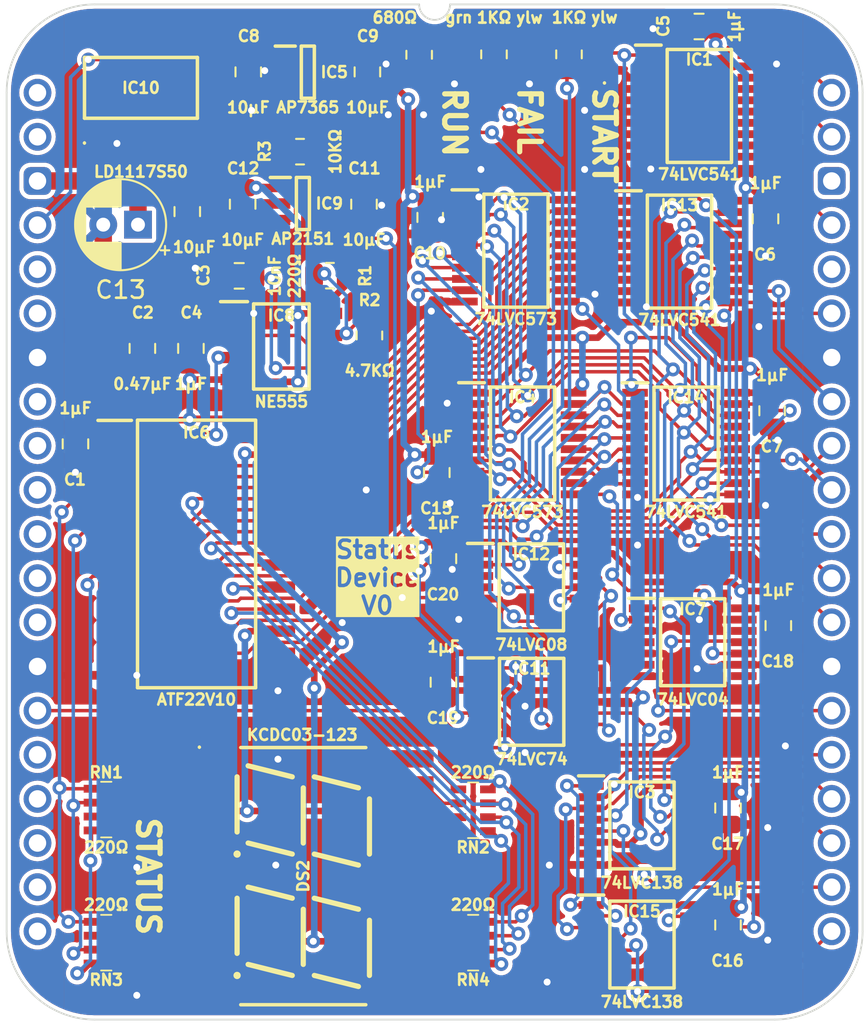
<source format=kicad_pcb>
(kicad_pcb (version 20240108) (generator "pcbnew") (generator_version "8.0")
  (title_block (title "Status Device Board") (date "2024-05-16") (rev "V1"))
  (layers (0 "F.Cu" signal) (31 "B.Cu" signal) (34 "B.Paste" user) (35 "F.Paste" user) (36 "B.SilkS" user "B.Silkscreen") (37 "F.SilkS" user "F.Silkscreen") (38 "B.Mask" user) (39 "F.Mask" user) (44 "Edge.Cuts" user))
  (net 0 "")
  (net 1 "/3.3V")
  (net 8 "/WY_{0}")
  (net 13 "/~{WY_{1}}")
  (net 14 "/~{WY_{0}}")
  (net 15 "/WY_{1}")
  (net 16 "/~{WY_{2}}")
  (net 19 "GND")
  (net 20 "~{Select}")
  (net 21 "H2")
  (net 22 "H1")
  (net 23 "H0")
  (net 24 "D7")
  (net 25 "D6")
  (net 26 "D5")
  (net 27 "D4")
  (net 28 "D3")
  (net 29 "D2")
  (net 30 "D1")
  (net 31 "D0")
  (net 32 "A0")
  (net 33 "A1")
  (net 34 "A2")
  (net 35 "~{WD}")
  (net 36 "/5V Switched")
  (net 37 "Net-(IC8-THRES)")
  (net 38 "Net-(IC8-CONT)")
  (net 39 "/5V")
  (net 40 "12V")
  (net 41 "Net-(DS2-E-Seg_{(Left)})")
  (net 42 "Net-(DS2-D-Seg_{(Left)})")
  (net 43 "/Digit L0 Cathode")
  (net 44 "Net-(DS2-C-Seg_{(Left)})")
  (net 45 "Net-(DS2-E-Seg_{(Right)})")
  (net 46 "Net-(DS2-D-Seg_{(Right)})")
  (net 47 "/Digit R0 Cathode")
  (net 48 "Net-(DS2-C-Seg_{(Right)})")
  (net 49 "Net-(DS2-B-Seg_{(Right)})")
  (net 50 "Net-(DS2-A-Seg_{(Right)})")
  (net 51 "Net-(DS2-F-Seg_{(Right)})")
  (net 52 "Net-(DS2-G-Seg_{(Right)})")
  (net 53 "Net-(DS2-B-Seg_{(Left)})")
  (net 54 "Net-(DS2-A-Seg_{(Left)})")
  (net 55 "Net-(DS2-F-Seg_{(Left)})")
  (net 56 "Net-(DS2-G-Seg_{(Left)})")
  (net 57 "/Digit L bit_3")
  (net 58 "/Digit L bit_2")
  (net 59 "/Digit L bit_1")
  (net 60 "/Digit L bit_0")
  (net 61 "/Digit R bit_3")
  (net 62 "/Digit R bit_2")
  (net 63 "/Digit R bit_1")
  (net 64 "/Digit R bit_0")
  (net 65 "Net-(IC14-A7)")
  (net 66 "Net-(IC14-A6)")
  (net 67 "Net-(IC14-A5)")
  (net 68 "/Green LED Enable")
  (net 69 "/Red LED Enable")
  (net 70 "/~{Digit L Enable}")
  (net 71 "/~{Digit R Enable}")
  (net 72 "/LCD Enable")
  (net 73 "/300Hz")
  (net 75 "/Digit 0 B Seg")
  (net 76 "/Digit 0 A Seg")
  (net 77 "/Digit 0 C Seg")
  (net 78 "/Digit 0 F Seg")
  (net 79 "/Digit 0 D Seg")
  (net 80 "/Digit 0 G Seg")
  (net 81 "/Digit 0 E Seg")
  (net 84 "Net-(IC8-DISCH)")
  (net 85 "Net-(IC9-FLG)")
  (net 86 "/Switch")
  (net 88 "~{Reset}")
  (net 89 "/Reset LCD Enable")
  (net 91 "/Reset LED")
  (net 92 "/Reset LED Enable")
  (net 94 "/Green LED")
  (net 95 "/Red LED")
  (net 96 "/~{RY_{0}}")
  (net 97 "/~{RY_{1}}")
  (net 98 "~{RD}")
  (net 106 "Net-(LED1-Pad2)")
  (net 107 "Net-(LED2-Pad2)")
  (net 108 "Net-(LED3-Pad2)")
  (footprint "SamacSys_Parts:KCDC03123" (layer "F.Cu") (at 104.1999 103.505 -90)
    (property "Reference" "DS2")
    (property "Value" "KCDC03-123")
  )
  (footprint "SamacSys_Parts:C_0805" (layer "F.Cu") (at 131.547 89.071 180)
    (property "Reference" "C18")
    (property "Value" "1μF")
  )
  (footprint "SamacSys_Parts:C_0805" (layer "F.Cu") (at 100.526 68.961 90)
    (property "Reference" "C3")
    (property "Value" "10nF")
  )
  (footprint "SamacSys_Parts:SOP65P640X110-16N" (layer "F.Cu") (at 123.698 107.442)
    (property "Reference" "IC15")
    (property "Value" "74LVC138APW-Q100J" (hide yes))
  )
  (footprint "SamacSys_Parts:R_0805" (layer "F.Cu") (at 108.019 72.39)
    (property "Reference" "R2")
    (property "Value" "4.7KΩ")
  )
  (footprint "SamacSys_Parts:R_0805" (layer "F.Cu") (at 110.881 56.2375)
    (property "Reference" "R5" (hide yes))
    (property "Value" "680Ω")
  )
  (footprint "SamacSys_Parts:SOP65P640X110-20N" (layer "F.Cu") (at 125.857 67.564)
    (property "Reference" "IC13")
    (property "Value" "74LVC541APW,118" (hide yes))
  )
  (footprint "SamacSys_Parts:C_0805" (layer "F.Cu") (at 97.522 65.278)
    (property "Reference" "C14" (hide yes))
    (property "Value" "10µF")
  )
  (footprint "SamacSys_Parts:C_0805" (layer "F.Cu") (at 101.033 57.239)
    (property "Reference" "C8")
    (property "Value" "10µF")
  )
  (footprint "SamacSys_Parts:C_0805" (layer "F.Cu") (at 97.732 73.152)
    (property "Reference" "C4")
    (property "Value" "1µF")
  )
  (footprint "SamacSys_Parts:C_0805" (layer "F.Cu") (at 91.085 78.613 180)
    (property "Reference" "C1")
    (property "Value" "1μF")
  )
  (footprint "SamacSys_Parts:SOP65P640X110-20N" (layer "F.Cu") (at 116.823 78.609)
    (property "Reference" "IC4")
    (property "Value" "74LVC573APW,118" (hide yes))
  )
  (footprint "SamacSys_Parts:SIP_20_Pins" (layer "F.Cu") (at 88.9 58.42)
    (property "Reference" "J1" (hide yes))
    (property "Value" "Conn_01x20" (hide yes))
  )
  (footprint "SamacSys_Parts:C_0805" (layer "F.Cu") (at 131.191 76.708 180)
    (property "Reference" "C7")
    (property "Value" "1μF")
  )
  (footprint "SamacSys_Parts:LD1117S33C" (layer "F.Cu") (at 94.855 58.141)
    (property "Reference" "IC10")
    (property "Value" "LD1117S50C" (hide yes))
  )
  (footprint "SamacSys_Parts:CAY16-F4" (layer "F.Cu") (at 113.9789 107.315)
    (property "Reference" "RN4")
    (property "Value" "CAY16-221J4LF" (hide yes))
  )
  (footprint "SamacSys_Parts:C_0805" (layer "F.Cu") (at 94.938 73.152)
    (property "Reference" "C2")
    (property "Value" "0.47μF")
  )
  (footprint "SamacSys_Parts:CAY16-F4" (layer "F.Cu") (at 92.8579 107.315)
    (property "Reference" "RN3")
    (property "Value" "CAY16-221J4LF" (hide yes))
  )
  (footprint "SamacSys_Parts:SOP65P640X110-20N" (layer "F.Cu") (at 126.238 78.613)
    (property "Reference" "IC14")
    (property "Value" "74LVC541APW,118" (hide yes))
  )
  (footprint "SamacSys_Parts:150224BS73100A" (layer "F.Cu") (at 121.539 57.1348 180)
    (property "Reference" "LED1" (hide yes))
    (property "Value" "150224YS73100A" (hide yes))
  )
  (footprint "SamacSys_Parts:C_0805" (layer "F.Cu") (at 107.696 64.852)
    (property "Reference" "C11")
    (property "Value" "10μF")
  )
  (footprint "SamacSys_Parts:C_0805" (layer "F.Cu") (at 111.506 65.582 180)
    (property "Reference" "C10")
    (property "Value" "1μF")
  )
  (footprint "SamacSys_Parts:SOP65P640X110-14N" (layer "F.Cu") (at 117.331 86.883)
    (property "Reference" "IC12")
    (property "Value" "74LVC08APW,112" (hide yes))
  )
  (footprint "SamacSys_Parts:R_0805" (layer "F.Cu") (at 119.507 56.214)
    (property "Reference" "R4" (hide yes))
    (property "Value" "1KΩ")
  )
  (footprint "SamacSys_Parts:C_0805" (layer "F.Cu") (at 112.268 85.217 180)
    (property "Reference" "C20")
    (property "Value" "1μF")
  )
  (footprint "SamacSys_Parts:C_0805" (layer "F.Cu") (at 127 54.61 90)
    (property "Reference" "C5")
    (property "Value" "1μF")
  )
  (footprint "SamacSys_Parts:SOIC127P600X175-8N" (layer "F.Cu") (at 102.939 73.025)
    (property "Reference" "IC8")
    (property "Value" "NE555DRG4" (hide yes))
  )
  (footprint "SamacSys_Parts:SOP65P640X110-20N" (layer "F.Cu") (at 116.442 67.513)
    (property "Reference" "IC2")
    (property "Value" "74LVC573APW,118" (hide yes))
  )
  (footprint "SamacSys_Parts:SOP65P640X110-16N" (layer "F.Cu") (at 123.698 100.584)
    (property "Reference" "IC3")
    (property "Value" "74LVC138APW-Q100J" (hide yes))
  )
  (footprint "SamacSys_Parts:150224VS73100A" (layer "F.Cu") (at 112.903 57.134 180)
    (property "Reference" "LED2" (hide yes))
    (property "Value" "150224VS73100A" (hide yes))
  )
  (footprint "SamacSys_Parts:CAY16-F4" (layer "F.Cu") (at 92.8579 99.695 180)
    (property "Reference" "RN1")
    (property "Value" "CAY16-221J4LF" (hide yes))
  )
  (footprint "SamacSys_Parts:SOP65P640X110-14N" (layer "F.Cu") (at 117.348 93.472)
    (property "Reference" "IC11")
    (property "Value" "74LVC74APW,118" (hide yes))
  )
  (footprint "SamacSys_Parts:SOT95P285X130-5N" (layer "F.Cu") (at 104.178 64.798)
    (property "Reference" "IC9")
    (property "Value" "AP2151AW-7" (hide yes))
  )
  (footprint "SamacSys_Parts:SOIC127P1032X265-24N" (layer "F.Cu") (at 98.057 84.963)
    (property "Reference" "IC6")
    (property "Value" "ATF22V10C-10SU" (hide yes))
  )
  (footprint "SamacSys_Parts:C_0805" (layer "F.Cu") (at 128.651 99.568 180)
    (property "Reference" "C17")
    (property "Value" "1μF")
  )
  (footprint "SamacSys_Parts:C_0805" (layer "F.Cu") (at 112.268 92.329 180)
    (property "Reference" "C19")
    (property "Value" "1μF")
  )
  (footprint "SamacSys_Parts:R_0805" (layer "F.Cu") (at 104.013 61.804 90)
    (property "Reference" "R3")
    (property "Value" "10KΩ")
  )
  (footprint "SamacSys_Parts:C_0805" (layer "F.Cu") (at 100.711 64.852)
    (property "Reference" "C12")
    (property "Value" "10μF")
  )
  (footprint "SamacSys_Parts:R_0805" (layer "F.Cu") (at 105.733 68.961 -90)
    (property "Reference" "R1")
    (property "Value" "220Ω")
  )
  (footprint "SamacSys_Parts:SOP65P640X110-14N" (layer "F.Cu") (at 126.619 90.043)
    (property "Reference" "IC7")
    (property "Value" "74LVC04APW,118" (hide yes))
  )
  (footprint "SamacSys_Parts:C_0805" (layer "F.Cu") (at 107.891 57.239)
    (property "Reference" "C9")
    (property "Value" "10µF")
  )
  (footprint "SamacSys_Parts:C_0805" (layer "F.Cu") (at 130.81 65.659 180)
    (property "Reference" "C6")
    (property "Value" "1μF")
  )
  (footprint "SamacSys_Parts:SOP65P640X110-20N" (layer "F.Cu") (at 127 59.182)
    (property "Reference" "IC1")
    (property "Value" "74LVC541APW,118" (hide yes))
  )
  (footprint "SamacSys_Parts:SOT95P285X130-5N" (layer "F.Cu") (at 104.462 57.239)
    (property "Reference" "IC5")
    (property "Value" "AP7365-33WG-7" (hide yes))
  )
  (footprint "SamacSys_Parts:SIP_20_Pins" (layer "F.Cu") (at 134.62 58.42)
    (property "Reference" "J2" (hide yes))
    (property "Value" "Conn_01x20" (hide yes))
  )
  (footprint "SamacSys_Parts:C_0805" (layer "F.Cu") (at 111.887 80.264 180)
    (property "Reference" "C15")
    (property "Value" "1μF")
  )
  (footprint "SamacSys_Parts:CAY16-F4" (layer "F.Cu") (at 113.9789 99.695)
    (property "Reference" "RN2")
    (property "Value" "CAY16-221J4LF" (hide yes))
  )
  (footprint "Capacitor_THT:CP_Radial_D5.0mm_P2.00mm" (layer "F.Cu") (at 94.6846 66.015 180)
    (property "Reference" "C13")
    (property "Value" "10μF")
  )
  (footprint "SamacSys_Parts:150224BS73100A" (layer "F.Cu") (at 117.221 57.15 180)
    (property "Reference" "LED3" (hide yes))
    (property "Value" "150224YS73100A" (hide yes))
  )
  (footprint "SamacSys_Parts:R_0805" (layer "F.Cu") (at 115.189 56.214)
    (property "Reference" "R6" (hide yes))
    (property "Value" "1KΩ")
  )
  (footprint "SamacSys_Parts:C_0805" (layer "F.Cu") (at 128.651 106.299 180)
    (property "Reference" "C16")
    (property "Value" "1μF")
  )
  (gr_arc (start 131.336019 53.34) (mid 134.919112 54.831629) (end 136.398 58.42) (stroke (width 0.1)) (layer "Edge.Cuts"))
  (gr_arc (start 87.122 58.42) (mid 88.600888 54.831629) (end 92.183981 53.34) (stroke (width 0.1)) (layer "Edge.Cuts"))
  (gr_arc (start 112.649 53.34) (mid 111.76 54.229) (end 110.871 53.34) (stroke (width 0.1)) (layer "Edge.Cuts"))
  (gr_arc (start 92.183981 111.76) (mid 88.600888 110.268371) (end 87.122 106.68) (stroke (width 0.1)) (layer "Edge.Cuts"))
  (gr_line (start 136.398 58.42) (end 136.398 106.68) (stroke (width 0.1)) (layer "Edge.Cuts"))
  (gr_arc (start 136.398 106.68) (mid 134.919112 110.268371) (end 131.336019 111.76) (stroke (width 0.1)) (layer "Edge.Cuts"))
  (gr_line (start 131.336019 111.76) (end 92.183981 111.76) (stroke (width 0.1)) (layer "Edge.Cuts"))
  (gr_line (start 110.871 53.34) (end 92.183981 53.34) (stroke (width 0.1)) (layer "Edge.Cuts"))
  (gr_line (start 87.122 58.42) (end 87.122 106.68) (stroke (width 0.1)) (layer "Edge.Cuts"))
  (gr_line (start 131.336019 53.34) (end 112.649 53.34) (stroke (width 0.1)) (layer "Edge.Cuts"))
  (gr_text "START" (at 121.539 57.9904 270) (layer "F.SilkS") (effects (font (size 1.25 1.25) (thickness 0.3) (bold yes)) (justify left)))
  (gr_text "FAIL" (at 117.221 57.9904 270) (layer "F.SilkS") (effects (font (size 1.25 1.25) (thickness 0.3) (bold yes)) (justify left)))
  (gr_text "RUN" (at 112.903 57.992 270) (layer "F.SilkS") (effects (font (size 1.25 1.25) (thickness 0.3) (bold yes)) (justify left)))
  (gr_text "Status\nDevice\nV0" (at 108.458 88.519 0) (layer "F.SilkS" knockout) (effects (font (size 1 1) (thickness 0.2) (bold yes)) (justify bottom)))
  (gr_text "STATUS" (at 95.2709 99.9872 270) (layer "F.SilkS") (effects (font (size 1.25 1.25) (thickness 0.3) (bold yes)) (justify left)))
  (segment (start 125.637 56.907) (end 127.934 54.61) (width 0.38) (layer "F.Cu") (net 1))
  (segment (start 120.773 101.559) (end 122.166269 101.559) (width 0.38) (layer "F.Cu") (net 1))
  (segment (start 131.105 75.688) (end 129.176 75.688) (width 0.38) (layer "F.Cu") (net 1))
  (segment (start 122.166269 101.559) (end 122.300371 101.693102) (width 0.38) (layer "F.Cu") (net 1))
  (segment (start 124.195 98.309) (end 123.614074 98.889926) (width 0.38) (layer "F.Cu") (net 1))
  (segment (start 131.191 75.774) (end 131.191 75.311) (width 0.38) (layer "F.Cu") (net 1))
  (segment (start 130.81 64.725) (end 129.966 63.881) (width 0.38) (layer "F.Cu") (net 1))
  (segment (start 124.062 56.907) (end 125.637 56.907) (width 0.38) (layer "F.Cu") (net 1))
  (segment (start 116.825 92.822) (end 116.241082 92.238082) (width 0.38) (layer "F.Cu") (net 1))
  (segment (start 115.710974 84.283) (end 112.268 84.283) (width 0.38) (layer "F.Cu") (net 1))
  (segment (start 116.84 63.627) (end 117.801 64.588) (width 0.38) (layer "F.Cu") (net 1))
  (segment (start 120.286 92.822) (end 116.825 92.822) (width 0.38) (layer "F.Cu") (net 1))
  (segment (start 120.804 108.386) (end 123.5795 108.386) (width 0.38) (layer "F.Cu") (net 1))
  (segment (start 129.966 63.881) (end 129.667 63.881) (width 0.38) (layer "F.Cu") (net 1))
  (segment (start 120.266 75.179) (end 120.268316 75.179) (width 0.38) (layer "F.Cu") (net 1))
  (segment (start 111.297 84.283) (end 110.998 84.582) (width 0.38) (layer "F.Cu") (net 1))
  (segment (start 124.305 107.6605) (end 124.305 105.844771) (width 0.38) (layer "F.Cu") (net 1))
  (segment (start 116.208094 84.78012) (end 115.710974 84.283) (width 0.38) (layer "F.Cu") (net 1))
  (segment (start 113.004918 90.658082) (end 112.268 91.395) (width 0.38) (layer "F.Cu") (net 1))
  (segment (start 123.659904 86.575904) (end 128.893263 86.575904) (width 0.38) (layer "F.Cu") (net 1))
  (segment (start 119.761 75.684) (end 120.266 75.179) (width 0.38) (layer "F.Cu") (net 1))
  (segment (start 121.4135 92.812) (end 123.351 92.812) (width 0.38) (layer "F.Cu") (net 1))
  (segment (start 117.709082 90.658082) (end 113.004918 90.658082) (width 0.38) (layer "F.Cu") (net 1))
  (segment (start 117.983 72.517) (end 115.431 75.069) (width 0.38) (layer "F.Cu") (net 1))
  (segment (start 109.608 58.173) (end 110.236 58.801) (width 0.38) (layer "F.Cu") (net 1))
  (segment (start 120.269 84.933) (end 120.11612 84.78012) (width 0.38) (layer "F.Cu") (net 1))
  (segment (start 131.191 75.311) (end 130.175 74.295) (width 0.38) (layer "F.Cu") (net 1))
  (segment (start 111.506 64.648) (end 112.527 63.627) (width 0.38) (layer "F.Cu") (net 1))
  (segment (start 120.269 72.517) (end 121.158 72.517) (width 0.38) (layer "F.Cu") (net 1))
  (segment (start 121.285 64.008) (end 120.705 64.588) (width 0.38) (layer "F.Cu") (net 1))
  (segment (start 121.158 72.517) (end 122.047 71.628) (width 0.38) (layer "F.Cu") (net 1))
  (segment (start 130.175 74.295) (end 129.921 74.295) (width 0.38) (layer "F.Cu") (net 1))
  (segment (start 128.453 105.167) (end 126.623 105.167) (width 0.38) (layer "F.Cu") (net 1))
  (segment (start 128.696 98.679) (end 129.41 98.679) (width 0.38) (layer "F.Cu") (net 1))
  (segment (start 116.103771 92.238082) (end 116.037689 92.172) (width 0.38) (layer "F.Cu") (net 1))
  (segment (start 120.286 91.522) (end 121.4035 91.522) (width 0.38) (layer "F.Cu") (net 1))
  (segment (start 123.5795 108.386) (end 124.305 107.6605) (width 0.38) (layer "F.Cu") (net 1))
  (segment (start 120.286 91.522) (end 118.573 91.522) (width 0.38) (layer "F.Cu") (net 1))
  (segment (start 121.4135 92.812) (end 121.4035 92.822) (width 0.38) (layer "F.Cu") (net 1))
  (segment (start 120.269 84.933) (end 122.017 84.933) (width 0.38) (layer "F.Cu") (net 1))
  (segment (start 112.268 84.283) (end 111.297 84.283) (width 0.38) (layer "F.Cu") (net 1))
  (segment (start 130.724 64.639) (end 128.795 64.639) (width 0.38) (layer "F.Cu") (net 1))
  (segment (start 121.4035 92.822) (end 120.286 92.822) (width 0.38) (layer "F.Cu") (net 1))
  (segment (start 122.017 84.933) (end 123.659904 86.575904) (width 0.38) (layer "F.Cu") (net 1))
  (segment (start 112.527 63.627) (end 116.84 63.627) (width 0.38) (layer "F.Cu") (net 1))
  (segment (start 113.045 92.172) (end 112.268 91.395) (width 0.38) (layer "F.Cu") (net 1))
  (segment (start 111.633 76.023256) (end 111.633 79.076) (width 0.38) (layer "F.Cu") (net 1))
  (segment (start 114.41 92.172) (end 113.045 92.172) (width 0.38) (layer "F.Cu") (net 1))
  (segment (start 120.705 64.588) (end 119.38 64.588) (width 0.38) (layer "F.Cu") (net 1))
  (segment (start 128.893263 86.575904) (end 129.41 87.092641) (width 0.38) (layer "F.Cu") (net 1))
  (segment (start 124.982771 105.167) (end 126.623 105.167) (width 0.38) (layer "F.Cu") (net 1))
  (segment (start 111.805 79.248) (end 110.617 79.248) (width 0.38) (layer "F.Cu") (net 1))
  (segment (start 121.4135 91.532) (end 121.4135 92.812) (width 0.38) (layer "F.Cu") (net 1))
  (segment (start 122.047 71.628) (end 125.476 71.628) (width 0.38) (layer "F.Cu") (net 1))
  (segment (start 116.241082 92.238082) (end 116.103771 92.238082) (width 0.38) (layer "F.Cu") (net 1))
  (segment (start 128.143 74.295) (end 129.921 74.295) (width 0.38) (layer "F.Cu") (net 1))
  (segment (start 123.614074 98.889926) (end 123.614074 101.067037) (width 0.38) (layer "F.Cu") (net 1))
  (segment (start 121.4035 91.522) (end 121.4135 91.532) (width 0.38) (layer "F.Cu") (net 1))
  (segment (start 129.328 105.365) (end 129.41 105.283) (width 0.38) (layer "F.Cu") (net 1))
  (segment (start 107.891 58.173) (end 109.608 58.173) (width 0.38) (layer "F.Cu") (net 1))
  (segment (start 117.801 64.588) (end 119.38 64.588) (width 0.38) (layer "F.Cu") (net 1))
  (segment (start 118.573 91.522) (end 117.709082 90.658082) (width 0.38) (layer "F.Cu") (net 1))
  (segment (start 126.623 98.309) (end 124.195 98.309) (width 0.38) (layer "F.Cu") (net 1))
  (segment (start 127.934 54.61) (end 128.291 54.61) (width 0.38) (layer "F.Cu") (net 1))
  (segment (start 128.291 54.61) (end 129.938 56.257) (width 0.38) (layer "F.Cu") (net 1))
  (segment (start 112.587256 75.069) (end 111.633 76.023256) (width 0.38) (layer "F.Cu") (net 1))
  (segment (start 128.795 64.639) (end 128.164 64.008) (width 0.38) (layer "F.Cu") (net 1))
  (segment (start 110.49 64.389) (end 111.247 64.389) (width 0.38) (layer "F.Cu") (net 1))
  (segment (start 128.326 98.309) (end 126.623 98.309) (width 0.38) (layer "F.Cu") (net 1))
  (segment (start 123.351 92.812) (end 123.757 93.218) (width 0.38) (layer "F.Cu") (net 1))
  (segment (start 127.934 54.61) (end 127.934 55.626) (width 0.38) (layer "F.Cu") (net 1))
  (segment (start 128.651 98.634) (end 128.326 98.309) (width 0.38) (layer "F.Cu") (net 1))
  (segment (start 128.164 64.008) (end 121.285 64.008) (width 0.38) (layer "F.Cu") (net 1))
  (segment (start 130.502641 87.092641) (end 129.41 87.092641) (width 0.38) (layer "F.Cu") (net 1))
  (segment (start 124.305 105.844771) (end 124.982771 105.167) (width 0.38) (layer "F.Cu") (net 1))
  (segment (start 120.269 72.517) (end 117.983 72.517) (width 0.38) (layer "F.Cu") (net 1))
  (segment (start 120.11612 84.78012) (end 116.208094 84.78012) (width 0.38) (layer "F.Cu") (net 1))
  (segment (start 131.503 88.093) (end 129.557 88.093) (width 0.38) (layer "F.Cu") (net 1))
  (segment (start 128.651 105.365) (end 129.328 105.365) (width 0.38) (layer "F.Cu") (net 1))
  (segment (start 122.300371 101.693102) (end 122.988009 101.693102) (width 0.38) (layer "F.Cu") (net 1))
  (segment (start 125.476 71.628) (end 128.143 74.295) (width 0.38) (layer "F.Cu") (net 1))
  (segment (start 115.431 75.069) (end 112.587256 75.069) (width 0.38) (layer "F.Cu") (net 1))
  (segment (start 116.037689 92.172) (end 114.41 92.172) (width 0.38) (layer "F.Cu") (net 1))
  (segment (start 106.007 56.289) (end 107.891 58.173) (width 0.38) (layer "F.Cu") (net 1))
  (segment (start 131.547 88.137) (end 130.502641 87.092641) (width 0.38) (layer "F.Cu") (net 1))
  (segment (start 122.988009 101.693102) (end 123.614074 101.067037) (width 0.38) (layer "F.Cu") (net 1))
  (via (at 127.934 55.626) (size 0.8) (drill 0.4) (layers "F.Cu" "B.Cu") (net 1))
  (via (at 120.269 72.517) (size 0.8) (drill 0.4) (layers "F.Cu" "B.Cu") (net 1))
  (via (at 129.41 87.092641) (size 0.8) (drill 0.4) (layers "F.Cu" "B.Cu") (net 1))
  (via (at 123.757 93.218) (size 0.8) (drill 0.4) (layers "F.Cu" "B.Cu") (net 1))
  (via (at 123.614074 101.067037) (size 0.8) (drill 0.4) (layers "F.Cu" "B.Cu") (net 1))
  (via (at 110.998 84.582) (size 0.8) (drill 0.4) (layers "F.Cu" "B.Cu") (net 1))
  (via (at 110.49 64.389) (size 0.8) (drill 0.4) (layers "F.Cu" "B.Cu") (net 1))
  (via (at 129.921 74.295) (size 0.8) (drill 0.4) (layers "F.Cu" "B.Cu") (net 1))
  (via (at 110.236 58.801) (size 0.8) (drill 0.4) (layers "F.Cu" "B.Cu") (net 1))
  (via (at 120.268316 75.179) (size 0.8) (drill 0.4) (layers "F.Cu" "B.Cu") (net 1))
  (via (at 129.667 63.881) (size 0.8) (drill 0.4) (layers "F.Cu" "B.Cu") (net 1))
  (via (at 110.617 79.248) (size 0.8) (drill 0.4) (layers "F.Cu" "B.Cu") (net 1))
  (via (at 129.41 98.679) (size 0.8) (drill 0.4) (layers "F.Cu" "B.Cu") (net 1))
  (via (at 129.41 105.283) (size 0.8) (drill 0.4) (layers "F.Cu" "B.Cu") (net 1))
  (segment (start 129.41 98.679) (end 129.54 98.809) (width 0.38) (layer "B.Cu") (net 1))
  (segment (start 129.41 87.092641) (end 129.62 87.302641) (width 0.38) (layer "B.Cu") (net 1))
  (segment (start 123.614074 100.773129) (end 123.614074 101.067037) (width 0.38) (layer "B.Cu") (net 1))
  (segment (start 129.667 57.359) (end 127.934 55.626) (width 0.38) (layer "B.Cu") (net 1))
  (segment (start 123.316001 93.658999) (end 123.316 100.475055) (width 0.38) (layer "B.Cu") (net 1))
  (segment (start 109.982 83.566) (end 109.982 79.883) (width 0.38) (layer "B.Cu") (net 1))
  (segment (start 120.268316 75.179) (end 120.268316 72.517684) (width 0.38) (layer "B.Cu") (net 1))
  (segment (start 110.998 84.582) (end 109.982 83.566) (width 0.38) (layer "B.Cu") (net 1))
  (segment (start 129.639 63.909) (end 129.639 74.013) (width 0.38) (layer "B.Cu") (net 1))
  (segment (start 129.54 98.809) (end 129.54 105.153) (width 0.38) (layer "B.Cu") (net 1))
  (segment (start 129.41 87.092641) (end 129.62 86.882641) (width 0.38) (layer "B.Cu") (net 1))
  (segment (start 129.667 63.881) (end 129.667 57.359) (width 0.38) (layer "B.Cu") (net 1))
  (segment (start 129.62 86.882641) (end 129.62 74.596) (width 0.38) (layer "B.Cu") (net 1))
  (segment (start 110.236 58.801) (end 110.236 64.135) (width 0.38) (layer "B.Cu") (net 1))
  (segment (start 110.49 64.389) (end 109.982 64.897) (width 0.38) (layer "B.Cu") (net 1))
  (segment (start 109.982 64.897) (end 109.982 78.613) (width 0.38) (layer "B.Cu") (net 1))
  (segment (start 109.982 78.613) (end 110.617 79.248) (width 0.38) (layer "B.Cu") (net 1))
  (segment (start 123.757 93.218) (end 123.316001 93.658999) (width 0.38) (layer "B.Cu") (net 1))
  (segment (start 129.639 74.013) (end 129.921 74.295) (width 0.38) (layer "B.Cu") (net 1))
  (segment (start 123.316 100.475055) (end 123.614074 100.773129) (width 0.38) (layer "B.Cu") (net 1))
  (segment (start 129.62 74.596) (end 129.921 74.295) (width 0.38) (layer "B.Cu") (net 1))
  (segment (start 129.62 87.302641) (end 129.62 98.469) (width 0.38) (layer "B.Cu") (net 1))
  (segment (start 129.54 105.153) (end 129.41 105.283) (width 0.38) (layer "B.Cu") (net 1))
  (segment (start 129.667 63.881) (end 129.639 63.909) (width 0.38) (layer "B.Cu") (net 1))
  (segment (start 109.982 79.883) (end 110.617 79.248) (width 0.38) (layer "B.Cu") (net 1))
  (segment (start 129.62 98.469) (end 129.41 98.679) (width 0.38) (layer "B.Cu") (net 1))
  (segment (start 110.236 64.135) (end 110.49 64.389) (width 0.38) (layer "B.Cu") (net 1))
  (segment (start 120.268316 72.517684) (end 120.269 72.517) (width 0.38) (layer "B.Cu") (net 1))
  (segment (start 120.268998 70.738998) (end 120.268998 70.866) (width 0.2) (layer "F.Cu") (net 8))
  (segment (start 122.517026 88.743) (end 122.493 88.767026) (width 0.2) (layer "F.Cu") (net 8))
  (segment (start 119.968 70.438) (end 120.268998 70.738998) (width 0.2) (layer "F.Cu") (net 8))
  (segment (start 123.681 88.743) (end 122.517026 88.743) (width 0.2) (layer "F.Cu") (net 8))
  (via (at 122.493 88.767026) (size 0.8) (drill 0.4) (layers "F.Cu" "B.Cu") (net 8))
  (via (at 120.268998 70.866) (size 0.8) (drill 0.4) (layers "F.Cu" "B.Cu") (net 8))
  (segment (start 122.493 88.767026) (end 122.682 88.578026) (width 0.2) (layer "B.Cu") (net 8))
  (segment (start 122.350896 75.539661) (end 122.350896 72.947898) (width 0.2) (layer "B.Cu") (net 8))
  (segment (start 122.682 88.578026) (end 122.682 75.870765) (width 0.2) (layer "B.Cu") (net 8))
  (segment (start 122.350896 72.947898) (end 120.268998 70.866) (width 0.2) (layer "B.Cu") (net 8))
  (segment (start 122.682 75.870765) (end 122.350896 75.539661) (width 0.2) (layer "B.Cu") (net 8))
  (segment (start 126.623 99.609) (end 125.689 99.609) (width 0.2) (layer "F.Cu") (net 13))
  (segment (start 125.689 99.609) (end 125.205713 100.092287) (width 0.2) (layer "F.Cu") (net 13))
  (segment (start 115.189 93.472) (end 117.664 95.947) (width 0.2) (layer "F.Cu") (net 13))
  (segment (start 114.41 93.472) (end 115.189 93.472) (width 0.2) (layer "F.Cu") (net 13))
  (segment (start 125.41522 89.978) (end 125.382035 90.011185) (width 0.2) (layer "F.Cu") (net 13))
  (segment (start 124.560649 95.947) (end 125.03 95.477649) (width 0.2) (layer "F.Cu") (net 13))
  (segment (start 125.205713 100.092287) (end 124.744714 100.092287) (width 0.2) (layer "F.Cu") (net 13))
  (segment (start 117.664 95.947) (end 124.560649 95.947) (width 0.2) (layer "F.Cu") (net 13))
  (segment (start 129.492 89.978) (end 125.41522 89.978) (width 0.2) (layer "F.Cu") (net 13))
  (via (at 124.744714 100.092287) (size 0.8) (drill 0.4) (layers "F.Cu" "B.Cu") (net 13))
  (via (at 125.03 95.477649) (size 0.8) (drill 0.4) (layers "F.Cu" "B.Cu") (net 13))
  (via (at 125.382035 90.011185) (size 0.8) (drill 0.4) (layers "F.Cu" "B.Cu") (net 13))
  (segment (start 124.206 96.301649) (end 124.206 99.553573) (width 0.2) (layer "B.Cu") (net 13))
  (segment (start 125.03 95.477649) (end 125.382035 95.125614) (width 0.2) (layer "B.Cu") (net 13))
  (segment (start 125.382035 95.125614) (end 125.382035 90.011185) (width 0.2) (layer "B.Cu") (net 13))
  (segment (start 124.206 99.553573) (end 124.744714 100.092287) (width 0.2) (layer "B.Cu") (net 13))
  (segment (start 125.03 95.477649) (end 124.206 96.301649) (width 0.2) (layer "B.Cu") (net 13))
  (segment (start 125.134 88.093) (end 125.306 88.265) (width 0.2) (layer "F.Cu") (net 14))
  (segment (start 123.681 88.093) (end 125.134 88.093) (width 0.2) (layer "F.Cu") (net 14))
  (segment (start 126.623 98.959) (end 125.147718 98.959) (width 0.2) (layer "F.Cu") (net 14))
  (segment (start 125.147718 98.959) (end 124.985109 99.121609) (width 0.2) (layer "F.Cu") (net 14))
  (via (at 125.306 88.265) (size 0.8) (drill 0.4) (layers "F.Cu" "B.Cu") (net 14))
  (via (at 124.985109 99.121609) (size 0.8) (drill 0.4) (layers "F.Cu" "B.Cu") (net 14))
  (segment (start 126.111 89.07) (end 125.306 88.265) (width 0.2) (layer "B.Cu") (net 14))
  (segment (start 126.111 95.885) (end 126.111 89.07) (width 0.2) (layer "B.Cu") (net 14))
  (segment (start 124.985109 97.010891) (end 126.111 95.885) (width 0.2) (layer "B.Cu") (net 14))
  (segment (start 124.985109 99.121609) (end 124.985109 97.010891) (width 0.2) (layer "B.Cu") (net 14))
  (segment (start 122.902904 87.065904) (end 126.986829 87.065904) (width 0.2) (layer "F.Cu") (net 15))
  (segment (start 121.705637 81.534) (end 121.820637 81.649) (width 0.2) (layer "F.Cu") (net 15))
  (segment (start 127.777 90.693) (end 127.762 90.678) (width 0.2) (layer "F.Cu") (net 15))
  (segment (start 126.986829 87.065904) (end 127.286829 87.365904) (width 0.2) (layer "F.Cu") (net 15))
  (segment (start 129.557 90.693) (end 127.777 90.693) (width 0.2) (layer "F.Cu") (net 15))
  (segment (start 121.982 86.145) (end 122.902904 87.065904) (width 0.2) (layer "F.Cu") (net 15))
  (segment (start 119.761 81.534) (end 121.705637 81.534) (width 0.2) (layer "F.Cu") (net 15))
  (via (at 127.762 90.678) (size 0.8) (drill 0.4) (layers "F.Cu" "B.Cu") (net 15))
  (via (at 121.982 86.145) (size 0.8) (drill 0.4) (layers "F.Cu" "B.Cu") (net 15))
  (via (at 127.286829 87.365904) (size 0.8) (drill 0.4) (layers "F.Cu" "B.Cu") (net 15))
  (via (at 121.820637 81.649) (size 0.8) (drill 0.4) (layers "F.Cu" "B.Cu") (net 15))
  (segment (start 122.282 85.845) (end 122.282 82.110363) (width 0.2) (layer "B.Cu") (net 15))
  (segment (start 122.282 82.110363) (end 121.820637 81.649) (width 0.2) (layer "B.Cu") (net 15))
  (segment (start 127.762 90.678) (end 127.889 90.551) (width 0.2) (layer "B.Cu") (net 15))
  (segment (start 121.982 86.145) (end 122.282 85.845) (width 0.2) (layer "B.Cu") (net 15))
  (segment (start 127.889 87.968075) (end 127.286829 87.365904) (width 0.2) (layer "B.Cu") (net 15))
  (segment (start 127.889 90.551) (end 127.889 87.968075) (width 0.2) (layer "B.Cu") (net 15))
  (segment (start 123.139185 94.122) (end 124.107893 95.090708) (width 0.2) (layer "F.Cu") (net 16))
  (segment (start 125.697971 100.259) (end 124.571041 101.38593) (width 0.2) (layer "F.Cu") (net 16))
  (segment (start 126.623 100.259) (end 125.697971 100.259) (width 0.2) (layer "F.Cu") (net 16))
  (segment (start 120.286 94.122) (end 123.139185 94.122) (width 0.2) (layer "F.Cu") (net 16))
  (via (at 124.571041 101.38593) (size 0.8) (drill 0.4) (layers "F.Cu" "B.Cu") (net 16))
  (via (at 124.107893 95.090708) (size 0.8) (drill 0.4) (layers "F.Cu" "B.Cu") (net 16))
  (segment (start 124.107893 95.090708) (end 123.806 95.392601) (width 0.2) (layer "B.Cu") (net 16))
  (segment (start 124.571041 100.908565) (end 124.571041 101.38593) (width 0.2) (layer "B.Cu") (net 16))
  (segment (start 123.806 100.143524) (end 124.571041 100.908565) (width 0.2) (layer "B.Cu") (net 16))
  (segment (start 123.806 95.392601) (end 123.806 100.143524) (width 0.2) (layer "B.Cu") (net 16))
  (segment (start 113.885 75.684) (end 112.7925 75.684) (width 0.38) (layer "F.Cu") (net 19))
  (segment (start 118.364 102.87) (end 120.762 102.87) (width 0.38) (layer "F.Cu") (net 19))
  (segment (start 104.267 65.439) (end 104.648 65.058) (width 0.38) (layer "F.Cu") (net 19))
  (segment (start 104.648 65.058) (end 106.46 65.058) (width 0.38) (layer "F.Cu") (net 19))
  (segment (start 100.214 71.12) (end 100.214 70.496) (width 0.38) (layer "F.Cu") (net 19))
  (segment (start 118.353 109.717) (end 118.237 109.601) (width 0.38) (layer "F.Cu") (net 19))
  (segment (start 92.6846 69.8754) (end 88.9 73.66) (width 1) (layer "F.Cu") (net 19))
  (segment (start 113.504 64.588) (end 114.14119 64.588) (width 0.38) (layer "F.Cu") (net 19))
  (segment (start 126.034 54.61) (end 124.46 54.61) (width 0.38) (layer "F.Cu") (net 19))
  (segment (start 121.539 57.1348) (end 121.539 58.293008) (width 0.38) (layer "F.Cu") (net 19))
  (segment (start 128.651 107.265) (end 130.86001 107.265) (width 0.38) (layer "F.Cu") (net 19))
  (segment (start 93.345 91.948) (end 102.769 91.948) (width 0.38) (layer "F.Cu") (net 19))
  (segment (start 99.56 69.842) (end 99.56 68.961) (width 0.38) (layer "F.Cu") (net 19))
  (segment (start 101.191 64.798) (end 100.711 65.278) (width 0.38) (layer "F.Cu") (net 19))
  (segment (start 113.25231 88.833) (end 114.393 88.833) (width 0.38) (layer "F.Cu") (net 19))
  (segment (start 112.741 92.822) (end 112.268 93.295) (width 0.38) (layer "F.Cu") (net 19))
  (segment (start 131.191 77.674) (end 131.191 78.092962) (width 0.38) (layer "F.Cu") (net 19))
  (segment (start 121.878 109.717) (end 120.773 109.717) (width 0.38) (layer "F.Cu") (net 19))
  (segment (start 100.214 71.12) (end 98.798 71.12) (width 0.38) (layer "F.Cu") (net 19))
  (segment (start 109.093 59.69) (end 101.473 59.69) (width 0.38) (layer "F.Cu") (net 19))
  (segment (start 115.470074 95.321) (end 116.124532 95.321) (width 0.38) (layer "F.Cu") (net 19))
  (segment (start 126.873 91.567) (end 126.972 91.468) (width 0.38) (layer "F.Cu") (net 19))
  (segment (start 112.155786 65.898214) (end 111.506 66.548) (width 0.38) (layer "F.Cu") (net 19))
  (segment (start 113.885 81.534) (end 112.191 81.534) (width 0.38) (layer "F.Cu") (net 19))
  (segment (start 100.214 70.496) (end 99.56 69.842) (width 0.38) (layer "F.Cu") (net 19))
  (segment (start 98.1999 102.755) (end 94.857 102.755) (width 0.38) (layer "F.Cu") (net 19))
  (segment (start 128.132 56.907) (end 127.482 57.557) (width 0.38) (layer "F.Cu") (net 19))
  (segment (start 127.098999 72.107999) (end 130.203001 72.107999) (width 0.38) (layer "F.Cu") (net 19))
  (segment (start 97.9805 68.5165) (end 97.522 68.058) (width 0.38) (layer "F.Cu") (net 19))
  (segment (start 114.427 62.836996) (end 120.396 62.836996) (width 0.38) (layer "F.Cu") (net 19))
  (segment (start 127.849306 82.615465) (end 127.942771 82.522) (width 0.38) (layer "F.Cu") (net 19))
  (segment (start 125.445 103.474) (end 127.738 103.474) (width 0.38) (layer "F.Cu") (net 19))
  (segment (start 99.829903 68.961) (end 100.711 68.079903) (width 0.38) (layer "F.Cu") (net 19))
  (segment (start 130.81 66.625) (end 130.81 67.818) (width 0.38) (layer "F.Cu") (net 19))
  (segment (start 121.326663 70.014163) (end 120.993837 70.014163) (width 0.38) (layer "F.Cu") (net 19))
  (segment (start 112.063036 95.865) (end 113.099036 96.901) (width 0.38) (layer "F.Cu") (net 19))
  (segment (start 119.532999 96.494001) (end 131.470999 96.494001) (width 0.38) (layer "F.Cu") (net 19))
  (segment (start 94.857 102.755) (end 94.615 102.997) (width 0.38) (layer "F.Cu") (net 19))
  (segment (start 97.522 68.058) (end 97.522 66.212) (width 0.38) (layer "F.Cu") (net 19))
  (segment (start 110.744 65.786) (end 111.506 66.548) (width 0.38) (layer "F.Cu") (net 19))
  (segment (start 131.034 91.343) (end 129.557 91.343) (width 0.38) (layer "F.Cu") (net 19))
  (segment (start 114.41 95.422) (end 113.037173 95.422) (width 0.38) (layer "F.Cu") (net 19))
  (segment (start 125.603 89.154) (end 126.014 88.743) (width 0.38) (layer "F.Cu") (net 19))
  (segment (start 131.307 56.907) (end 129.938 56.907) (width 0.38) (layer "F.Cu") (net 19))
  (segment (start 123.702 70.489) (end 123.952 70.739) (width 0.38) (layer "F.Cu") (net 19))
  (segment (start 92.6846 66.015) (end 92.6846 69.8754) (width 1) (layer "F.Cu") (net 19))
  (segment (start 113.099036 96.901) (end 116.459 96.901) (width 0.38) (layer "F.Cu") (net 19))
  (segment (start 119.507 96.52) (end 119.532999 96.494001) (width 0.38) (layer "F.Cu") (net 19))
  (segment (start 120.773 102.859) (end 122.312 102.859) (width 0.38) (layer "F.Cu") (net 19))
  (segment (start 102.878 64.798) (end 101.191 64.798) (width 0.38) (layer "F.Cu") (net 19))
  (segment (start 103.162 57.239) (end 102.07 57.239) (width 0.38) (layer "F.Cu") (net 19))
  (segment (start 124.062 60.157) (end 124.062 60.807) (width 0.38) (layer "F.Cu") (net 19))
  (segment (start 101.033 56.273) (end 101.91 57.15) (width 0.38) (layer "F.Cu") (net 19))
  (segment (start 128.651 109.22) (end 127.539 110.332) (width 0.38) (layer "F.Cu") (net 19))
  (segment (start 94.723 110.255) (end 94.615 110.363) (width 0.38) (layer "F.Cu") (net 19))
  (segment (start 124.587 102.616) (end 125.445 103.474) (width 0.38) (layer "F.Cu") (net 19))
  (segment (start 109.982 70.358) (end 110.617 70.993) (width 0.38) (layer "F.Cu") (net 19))
  (segment (start 131.445 56.769) (end 131.307 56.907) (width 0.38) (layer "F.Cu") (net 19))
  (segment (start 116.459 96.901) (end 116.967 96.393) (width 0.38) (layer "F.Cu") (net 19))
  (segment (start 123.444 84.455) (end 124.968 84.455) (width 0.38) (layer "F.Cu") (net 19))
  (segment (start 111.837 81.28) (end 107.823 81.28) (width 0.38) (layer "F.Cu") (net 19))
  (segment (start 101.473 65.786) (end 102.125 66.438) (width 0.38) (layer "F.Cu") (net 19))
  (segment (start 109.093 59.69) (end 111.125 59.69) (width 0.38) (layer "F.Cu") (net 19))
  (segment (start 113.037173 95.422) (end 112.268 94.652827) (width 0.38) (layer "F.Cu") (net 19))
  (segment (start 100.711 65.786) (end 101.473 65.786) (width 0.38) (layer "F.Cu") (net 19))
  (segment (start 103.4065 91.948) (end 106.44025 88.91425) (width 0.38) (layer "F.Cu") (net 19))
  (segment (start 124.062 58.857) (end 124.062 59.507) (width 0.38) (layer "F.Cu") (net 19))
  (segment (start 124.062 62.107) (end 124.206 62.251) (width 0.38) (layer "F.Cu") (net 19))
  (segment (start 131.547 90.83) (end 131.034 91.343) (width 0.38) (layer "F.Cu") (net 19))
  (segment (start 93.345 91.948) (end 94.615 91.948) (width 0.38) (layer "F.Cu") (net 19))
  (segment (start 124.062 61.457) (end 124.062 62.107) (width 0.38) (layer "F.Cu") (net 19))
  (segment (start 102.616 102.87) (end 102.501 102.755) (width 0.38) (layer "F.Cu") (net 19))
  (segment (start 123.952 70.739) (end 124.202 70.489) (width 0.38) (layer "F.Cu") (net 19))
  (segment (start 116.643964 93.472) (end 115.993964 92.822) (width 0.38) (layer "F.Cu") (net 19))
  (segment (start 126.972 91.468) (end 128.089229 91.468) (width 0.38) (layer "F.Cu") (net 19))
  (segment (start 116.967 96.163468) (end 116.967 96.393) (width 0.38) (layer "F.Cu") (net 19))
  (segment (start 102.769 91.948) (end 102.743 92.837) (width 0.38) (layer "F.Cu") (net 19))
  (segment (start 128.214229 91.343) (end 129.557 91.343) (width 0.38) (layer "F.Cu") (net 19))
  (segment (start 115.5105 88.833) (end 114.393 88.833) (width 0.38) (layer "F.Cu") (net 19))
  (segment (start 112.126 70.438) (end 111.571 70.993) (width 0.38) (layer "F.Cu") (net 19))
  (segment (start 104.267 66.014) (end 104.267 65.439) (width 0.38) (layer "F.Cu") (net 19))
  (segment (start 121.539 57.1348) (end 122.5398 57.1348) (width 0.38) (layer "F.Cu") (net 19))
  (segment (start 98.806 66.212) (end 97.522 66.212) (width 0.38) (layer "F.Cu") (net 19))
  (segment (start 124.714 109.347) (end 122.248 109.347) (width 0.38) (layer "F.Cu") (net 19))
  (segment (start 132.207 73.66) (end 130.429 71.882) (width 0.38) (layer "F.Cu") (net 19))
  (segment (start 107.696 65.786) (end 108.585 64.897) (width 0.38) (layer "F.Cu") (net 19))
  (segment (start 125.758 91.468) (end 126.774 91.468) (width 0.38) (layer "F.Cu") (net 19))
  (segment (start 125.699 110.332) (end 124.714 109.347) (width 0.38) (layer "F.Cu") (net 19))
  (segment (start 99.232 65.786) (end 98.806 66.212) (width 0.38) (layer "F.Cu") (net 19))
  (segment (start 114.41 95.422) (end 115.369074 95.422) (width 0.38) (layer "F.Cu") (net 19))
  (segment (start 101.91 57.15) (end 101.981 57.15) (width 0.38) (layer "F.Cu") (net 19))
  (segment (start 107.843 95.865) (end 112.063036 95.865) (width 0.38) (layer "F.Cu") (net 19))
  (segment (start 109.601 65.786) (end 110.744 65.786) (width 0.38) (layer "F.Cu") (net 19))
  (segment (start 112.268 86.183) (end 111.71 86.741) (width 0.38) (layer "F.Cu") (net 19))
  (segment (start 118.745008 59.436008) (end 120.396 59.436008) (width 0.38) (layer "F.Cu") (net 19))
  (segment (start 100.711 68.079903) (end 100.711 65.786) (width 0.38) (layer "F.Cu") (net 19))
  (segment (start 112.903 57.214) (end 112.903 57.912004) (width 0.38) (layer "F.Cu") (net 19))
  (segment (start 111.490479 66.548) (end 109.982 68.056479) (width 0.38) (layer "F.Cu") (net 19))
  (segment (start 124.983 90.693) (end 125.758 91.468) (width 0.38) (layer "F.Cu") (net 19))
  (segment (start 114.14119 64.588) (end 114.311581 64.417609) (width 0.38) (layer "F.Cu") (net 19))
  (segment (start 102.501 102.755) (end 98.1999 102.755) (width 0.38) (layer "F.Cu") (net 19))
  (segment (start 100.711 65.278) (end 100.711 65.786) (width 0.38) (layer "F.Cu") (net 19))
  (segment (start 127 88.743) (end 129.557 88.743) (width 0.38) (layer "F.Cu") (net 19))
  (segment (start 124.46 54.61) (end 124.333 54.737) (width 0.38) (layer "F.Cu") (net 19))
  (segment (start 120.286 93.472) (end 116.643964 93.472) (width 0.38) (layer "F.Cu") (net 19))
  (segment (start 122.555 102.616) (end 124.587 102.616) (width 0.38) (layer "F.Cu") (net 19))
  (segment (start 122.919 70.489) (end 121.8015 70.489) (width 0.38) (layer "F.Cu") (net 19))
  (segment (start 115.5205 87.568) (end 115.5205 88.823) (width 0.38) (layer "F.Cu") (net 19))
  (segment (start 115.993964 92.822) (end 114.41 92.822) (width 0.38) (layer "F.Cu") (net 19))
  (segment (start 127.738 103.474) (end 128.651 102.561) (width 0.38) (layer "F.Cu") (net 19))
  (segment (start 108.70351 86.65099) (end 106.44025 88.91425) (width 0.38) (layer "F.Cu") (net 19))
  (segment (start 127.482 57.557) (end 124.062 57.557) (width 0.38) (layer "F.Cu") (net 19))
  (segment (start 102.07 57.239) (end 101.981 57.15) (width 0.38) (layer "F.Cu") (net 19))
  (segment (start 114.393 86.883) (end 114.393 87.533) (width 0.38) (layer "F.Cu") (net 19))
  (segment (start 124.062 57.557) (end 124.062 58.207) (width 0.38) (layer "F.Cu") (net 19))
  (segment (start 123.3 81.568502) (end 123.444 81.712502) (width 0.38) (layer "F.Cu") (net 19))
  (segment (start 115.369074 95.422) (end 115.470074 95.321) (width 0.38) (layer "F.Cu") (net 19))
  (segment (start 114.428 87.568) (end 115.5205 87.568) (width 0.38) (layer "F.Cu") (net 19))
  (segment (start 131.191 78.092962) (end 131.51 78.411962) (width 0.38) (layer "F.Cu") (net 19))
  (segment (start 112.649 82.042) (end 112.649 81.992) (width 0.38) (layer "F.Cu") (net 19))
  (segment (start 124.602 89.393) (end 124.841 89.154) (width 0.38) (layer "F.Cu") (net 19))
  (segment (start 130.76 100.534) (end 130.937 100.711) (width 0.38) (layer "F.Cu") (net 19))
  (segment (start 126.807535 82.615465) (end 127.849306 82.615465) (width 0.38) (layer "F.Cu") (net 19))
  (segment (start 108.585 64.897) (end 108.712 64.897) (width 0.38) (layer "F.Cu") (net 19))
  (segment (start 99.56 68.961) (end 98.425 68.961) (width 0.38) (layer "F.Cu") (net 19))
  (segment (start 122.919 70.489) (end 123.702 70.489) (width 0.38) (layer "F.Cu") (net 19))
  (segment (start 127.942771 82.522) (end 130.457 82.522) (width 0.38) (layer "F.Cu") (net 19))
  (segment (start 112.445 86.183) (end 112.776 85.852) (width 0.38) (layer "F.Cu") (net 19))
  (segment (start 132.582 90.037) (end 131.547 90.037) (width 0.38) (layer "F.Cu") (net 19))
  (segment (start 110.617 70.993) (end 111.571 70.993) (width 0.38) (layer "F.Cu") (net 19))
  (segment (start 107.891 56.273) (end 108.47 56.273) (width 0.38) (layer "F.Cu") (net 19))
  (segment (start 98.1999 110.255) (end 94.723 110.255) (width 0.38) (layer "F.Cu") (net 19))
  (segment (start 102.125 66.438) (end 103.843 66.438) (width 0.38) (layer "F.Cu") (net 19))
  (segment (start 124.062 58.207) (end 124.062 58.857) (width 0.38) (layer "F.Cu") (net 19))
  (segment (start 122.248 109.347) (end 121.878 109.717) (width 0.38) (layer "F.Cu") (net 19))
  (segment (start 131.547 90.037) (end 131.547 90.83) (width 0.38) (layer "F.Cu") (net 19))
  (segment (start 121.8015 70.489) (end 121.326663 70.014163) (width 0.38) (layer "F.Cu") (net 19))
  (segment (start 115.5205 88.823) (end 115.5105 88.833) (width 0.38) (layer "F.Cu") (net 19))
  (segment (start 91.085 79.579) (end 91.085 80.263994) (width 0.38) (layer "F.Cu") (net 19))
  (segment (start 94.938 72.186) (end 97.732 72.186) (width 0.38) (layer "F.Cu") (net 19))
  (segment (start 110.097296 86.65099) (end 108.70351 86.65099) (width 0.38) (layer "F.Cu") (net 19))
  (segment (start 126.774 91.468) (end 126.873 91.567) (width 0.38) (layer "F.Cu") (net 19))
  (segment (start 112.649 81.992) (end 111.887 81.23) (width 0.38) (layer "F.Cu") (net 19))
  (segment (start 134.62 73.66) (end 132.207 73.66) (width 0.38) (layer "F.Cu") (net 19))
  (segment (start 126.014 88.743) (end 127 88.743) (width 0.38) (layer "F.Cu") (net 19))
  (segment (start 125.233 91.993) (end 123.681 91.993) (width 0.38) (layer "F.Cu") (net 19))
  (segment (start 129.938 56.907) (end 128.132 56.907) (width 0.38) (layer "F.Cu") (net 19))
  (segment (start 92.555 61.341) (end 93.471994 61.341) (width 1) (layer "F.Cu") (net 19))
  (segment (start 94.938 72.1288) (end 92.6846 69.8754) (width 0.38) (layer "F.Cu") (net 19))
  (segment (start 112.268 94.652827) (end 112.268 93.295) (width 0.38) (layer "F.Cu") (net 19))
  (segment (start 114.41 92.822) (end 112.741 92.822) (width 0.38) (layer "F.Cu") (net 19))
  (segment (start 101.346 71.12) (end 100.214 71.12) (width 0.38) (layer "F.Cu") (net 19))
  (segment (start 122.5398 57.1348) (end 122.962 57.557) (width 0.38) (layer "F.Cu") (net 19))
  (segment (start 106.46 65.058) (end 107.188 65.786) (width 0.38) (layer "F.Cu") (net 19))
  (segment (start 128.651 102.561) (end 128.651 100.534) (width 0.38) (layer "F.Cu") (net 19))
  (segment (start 124.062 59.507) (end 124.062 60.157) (width 0.38) (layer "F.Cu") (net 19))
  (segment (start 124.206 62.251) (end 124.206 62.810749) (width 0.38) (layer "F.Cu") (net 19))
  (segment (start 123.681 90.693) (end 124.983 90.693) (width 0.38) (layer "F.Cu") (net 19))
  (segment (start 121.539 58.293008) (end 120.396 59.436008) (width 0.38) (layer "F.Cu") (net 19))
  (segment (start 117.221 57.912) (end 118.745008 59.436008) (width 0.38) (layer "F.Cu") (net 19))
  (segment (start 133.985 91.44) (end 132.582 90.037) (width 0.38) (layer "F.Cu") (net 19))
  (segment (start 106.934 96.774) (end 107.843 95.865) (width 0.38) (layer "F.Cu") (net 19))
  (segment (start 89.408 91.948) (end 93.345 91.948) (width 0.38) (layer "F.Cu") (net 19))
  (segment (start 130.203001 72.107999) (end 130.429 71.882) (width 0.38) (layer "F.Cu") (net 19))
  (segment (start 125.758 91.468) (end 125.233 91.993) (width 0.38) (layer "F.Cu") (net 19))
  (segment (start 122.962 57.557) (end 124.062 57.557) (width 0.38) (layer "F.Cu") (net 19))
  (segment (start 112.484245 75.992255) (end 112.484245 76.289245) (width 0.38) (layer "F.Cu") (net 19))
  (segment (start 111.71 86.741) (end 110.187306 86.741) (width 0.38) (layer "F.Cu") (net 19))
  (segment (start 124.841 89.154) (end 125.603 89.154) (width 0.38) (layer "F.Cu") (net 19))
  (segment (start 124.062 60.807) (end 124.062 61.457) (width 0.38) (layer "F.Cu") (net 19))
  (segment (start 113.504 70.438) (end 112.126 70.438) (width 0.38) (layer "F.Cu") (net 19))
  (segment (start 124.202 70.489) (end 125.48 70.489) (width 0.38) (layer "F.Cu") (net 19))
  (segment (start 93.471994 61.341) (end 93.472 61.341006) (width 1) (layer "F.Cu") (net 19))
  (segment (start 130.457 82.522) (end 130.81 82.169) (width 0.38) (layer "F.Cu") (net 19))
  (segment (start 128.089229 91.468) (end 128.214229 91.343) (width 0.38) (layer "F.Cu") (net 19))
  (segment (start 125.48 70.489) (end 127.098999 72.107999) (width 0.38) (layer "F.Cu") (net 19))
  (segment (start 117.094 96.52) (end 119.507 96.52) (width 0.38) (layer "F.Cu") (net 19))
  (segment (start 122.312 102.859) (end 122.555 102.616) (width 0.38) (layer "F.Cu") (net 19))
  (segment (start 102.743 96.774) (end 106.934 96.774) (width 0.38) (layer "F.Cu") (net 19))
  (segment (start 134.62 91.44) (end 133.985 91.44) (width 0.38) (layer "F.Cu") (net 19))
  (segment (start 102.769 92.863) (end 103.378 93.472) (width 0.38) (layer "F.Cu") (net 19))
  (segment (start 128.651 100.534) (end 130.76 100.534) (width 0.38) (layer "F.Cu") (net 19))
  (segment (start 109.982 68.056479) (end 109.982 70.358) (width 0.38) (layer "F.Cu") (net 19))
  (segment (start 124.968 84.455) (end 126.807535 82.615465) (width 0.38) (layer "F.Cu") (net 19))
  (segment (start 117.221 57.214) (end 117.221 57.912) (width 0.38) (layer "F.Cu") (net 19))
  (segment (start 120.773 109.717) (end 118.353 109.717) (width 0.38) (layer "F.Cu") (net 19))
  (segment (start 112.7925 75.684) (end 112.484245 75.992255) (width 0.38) (layer "F.Cu") (net 19))
  (segment (start 116.124532 95.321) (end 116.967 96.163468) (width 0.38) (layer "F.Cu") (net 19))
  (segment (start 103.843 66.438) (end 104.267 66.014) (width 0.38) (layer "F.Cu") (net 19))
  (segment (start 130.86001 107.265) (end 130.937 107.18801) (width 0.38) (layer "F.Cu") (net 19))
  (segment (start 103.378 93.472) (end 112.091 93.472) (width 0.38) (layer "F.Cu") (net 19))
  (segment (start 123.681 89.393) (end 124.602 89.393) (width 0.38) (layer "F.Cu") (net 19))
  (segment (start 107.696 65.786) (end 109.601 65.786) (width 0.38) (layer "F.Cu") (net 19))
  (segment (start 128.651 107.265) (end 128.651 109.22) (width 0.38) (layer "F.Cu") (net 19))
  (segment (start 98.425 68.961) (end 97.9805 68.5165) (width 0.38) (layer "F.Cu") (net 19))
  (segment (start 131.470999 96.494001) (end 131.953 96.012) (width 0.38) (layer "F.Cu") (net 19))
  (segment (start 98.798 71.12) (end 97.732 72.186) (width 0.38) (layer "F.Cu") (net 19))
  (segment (start 108.47 56.273) (end 108.966 56.769) (width 0.38) (layer "F.Cu") (net 19))
  (segment (start 101.473 59.69) (end 101.219 59.436) (width 0.38) (layer "F.Cu") (net 19))
  (segment (start 113.150705 88.731395) (end 113.25231 88.833) (width 0.38) (layer "F.Cu") (net 19))
  (segment (start 116.967 96.393) (end 117.094 96.52) (width 0.38) (layer "F.Cu") (net 19))
  (segment (start 102.743 92.837) (end 102.769 92.863) (width 0.38) (layer "F.Cu") (net 19))
  (segment (start 100.711 65.786) (end 99.232 65.786) (width 0.38) (layer "F.Cu") (net 19))
  (segment (start 110.187306 86.741) (end 110.097296 86.65099) (width 0.38) (layer "F.Cu") (net 19))
  (segment (start 112.155786 65.729325) (end 112.155786 65.898214) (width 0.38) (layer "F.Cu") (net 19))
  (segment (start 127.539 110.332) (end 125.699 110.332) (width 0.38) (layer "F.Cu") (net 19))
  (via (at 114.311581 64.417609) (size 0.8) (drill 0.4) (layers "F.Cu" "B.Cu") (net 19))
  (via (at 112.155786 65.729325) (size 0.8) (drill 0.4) (layers "F.Cu" "B.Cu") (net 19))
  (via (at 131.51 78.411962) (size 0.8) (drill 0.4) (layers "F.Cu" "B.Cu") (net 19))
  (via (at 106.44025 88.91425) (size 0.8) (drill 0.4) (layers "F.Cu" "B.Cu") (net 19))
  (via (at 123.444 81.712502) (size 0.8) (drill 0.4) (layers "F.Cu" "B.Cu") (net 19))
  (via (at 112.484245 76.289245) (size 0.8) (drill 0.4) (layers "F.Cu" "B.Cu") (net 19))
  (via (at 102.616 102.87) (size 0.8) (drill 0.4) (layers "F.Cu" "B.Cu") (net 19))
  (via (at 101.346 71.12) (size 0.8) (drill 0.4) (layers "F.Cu" "B.Cu") (net 19))
  (via (at 123.952 70.739) (size 0.8) (drill 0.4) (layers "F.Cu" "B.Cu") (net 19))
  (via (at 124.333 54.737) (size 0.8) (drill 0.4) (layers "F.Cu" "B.Cu") (net 19))
  (via (at 112.649 82.042) (size 0.8) (drill 0.4) (layers "F.Cu" "B.Cu") (net 19))
  (via (at 107.823 81.28) (size 0.8) (drill 0.4) (layers "F.Cu" "B.Cu") (net 19))
  (via (at 131.445 56.769) (size 0.8) (drill 0.4) (layers "F.Cu" "B.Cu") (net 19))
  (via (at 120.993837 70.014163) (size 0.8) (drill 0.4) (layers "F.Cu" "B.Cu") (net 19))
  (via (at 97.9805 68.5165) (size 0.8) (drill 0.4) (layers "F.Cu" "B.Cu") (net 19))
  (via (at 112.903 57.912004) (size 0.8) (drill 0.4) (layers "F.Cu" "B.Cu") (net 19))
  (via (at 116.967 93.726) (size 0.8) (drill 0.4) (layers "F.Cu" "B.Cu") (net 19))
  (via (at 126.873 91.567) (size 0.8) (drill 0.4) (layers "F.Cu" "B.Cu") (net 19))
  (via (at 114.427 62.836996) (size 0.8) (drill 0.4) (layers "F.Cu" "B.Cu") (net 19))
  (via (at 127 88.743) (size 0.8) (drill 0.4) (layers "F.Cu" "B.Cu") (net 19))
  (via (at 116.967 96.393) (size 0.8) (drill 0.4) (layers "F.Cu" "B.Cu") (net 19))
  (via (at 94.615 110.363) (size 0.8) (drill 0.4) (layers "F.Cu" "B.Cu") (net 19))
  (via (at 118.364 102.87) (size 0.8) (drill 0.4) (layers "F.Cu" "B.Cu") (net 19))
  (via (at 130.937 107.18801) (size 0.8) (drill 0.4) (layers "F.Cu" "B.Cu") (net 19))
  (via (at 108.712 64.897) (size 0.8) (drill 0.4) (layers "F.Cu" "B.Cu") (net 19))
  (via (at 93.472 61.341006) (size 0.8) (drill 0.4) (layers "F.Cu" "B.Cu") (net 19))
  (via (at 112.776 85.852) (size 0.8) (drill 0.4) (layers "F.Cu" "B.Cu") (net 19))
  (via (at 101.981 57.15) (size 0.8) (drill 0.4) (layers "F.Cu" "B.Cu") (net 19))
  (via (at 109.093 59.69) (size 0.8) (drill 0.4) (layers "F.Cu" "B.Cu") (net 19))
  (via (at 131.953 96.012) (size 0.8) (drill 0.4) (layers "F.Cu" "B.Cu") (net 19))
  (via (at 91.085 80.263994) (size 0.8) (drill 0.4) (layers "F.Cu" "B.Cu") (net 19))
  (via (at 108.966 56.769) (size 0.8) (drill 0.4) (layers "F.Cu" "B.Cu") (net 19))
  (via (at 113.150705 88.731395) (size 0.8) (drill 0.4) (layers "F.Cu" "B.Cu") (net 19))
  (via (at 120.396 59.436008) (size 0.8) (drill 0.4) (layers "F.Cu" "B.Cu") (net 19))
  (via (at 124.206 62.810749) (size 0.8) (drill 0.4) (layers "F.Cu" "B.Cu") (net 19))
  (via (at 120.396 62.836996) (size 0.8) (drill 0.4) (layers "F.Cu" "B.Cu") (net 19))
  (via (at 130.81 82.169) (size 0.8) (drill 0.4) (layers "F.Cu" "B.Cu") (net 19))
  (via (at 118.237 109.601) (size 0.8) (drill 0.4) (layers "F.Cu" "B.Cu") (net 19))
  (via (at 102.743 92.837) (size 0.8) (drill 0.4) (layers "F.Cu" "B.Cu") (net 19))
  (via (at 102.743 96.774) (size 0.8) (drill 0.4) (layers "F.Cu" "B.Cu") (net 19))
  (via (at 111.125 59.69) (size 0.8) (drill 0.4) (layers "F.Cu" "B.Cu") (net 19))
  (via (at 130.937 100.711) (size 0.8) (drill 0.4) (layers "F.Cu" "B.Cu") (net 19))
  (via (at 117.221 57.912) (size 0.8) (drill 0.4) (layers "F.Cu" "B.Cu") (net 19))
  (via (at 94.615 91.948) (size 0.8) (drill 0.4) (layers "F.Cu" "B.Cu") (net 19))
  (via (at 101.219 59.436) (size 0.8) (drill 0.4) (layers "F.Cu" "B.Cu") (net 19))
  (via (at 123.444 84.455) (size 0.8) (drill 0.4) (layers "F.Cu" "B.Cu") (net 19))
  (via (at 130.429 71.882) (size 0.8) (drill 0.4) (layers "F.Cu" "B.Cu") (net 19))
  (via (at 130.81 67.818) (size 0.8) (drill 0.4) (layers "F.Cu" "B.Cu") (net 19))
  (via (at 94.615 102.997) (size 0.8) (drill 0.4) (layers "F.Cu" "B.Cu") (net 19))
  (via (at 111.571 70.993) (size 0.8) (drill 0.4) (layers "F.Cu" "B.Cu") (net 19))
  (segment (start 130.937 100.711) (end 130.937 107.18801) (width 0.38) (layer "B.Cu") (net 19))
  (segment (start 130.683 79.238962) (end 130.683 82.042) (width 0.38) (layer "B.Cu") (net 19))
  (segment (start 123.444 81.712502) (end 123.444 84.455) (width 0.38) (layer "B.Cu") (net 19))
  (segment (start 116.713 90.297) (end 117.221 90.805) (width 0.38) (layer "B.Cu") (net 19))
  (segment (start 112.776 88.35669) (end 113.150705 88.731395) (width 0.38) (layer "B.Cu") (net 19))
  (segment (start 130.556 68.072) (end 130.556 71.755) (width 0.38) (layer "B.Cu") (net 19))
  (segment (start 118.364 97.79) (end 116.967 96.393) (width 0.38) (layer "B.Cu") (net 19))
  (segment (start 112.649 82.042) (end 112.903 81.788) (width 0.38) (layer "B.Cu") (net 19))
  (segment (start 91.085 81.687) (end 91.085 80.263994) (width 0.38) (layer "B.Cu") (net 19))
  (segment (start 118.237 102.997) (end 118.364 102.87) (width 0.38) (layer "B.Cu") (net 19))
  (segment (start 116.967 92.71) (end 117.221 92.456) (width 0.38) (layer "B.Cu") (net 19))
  (segment (start 108.966 59.563) (end 109.093 59.69) (width 0.38) (layer "B.Cu") (net 19))
  (segment (start 114.311581 64.417609) (end 113.467502 64.417609) (width 0.38) (layer "B.Cu") (net 19))
  (segment (start 113.750395 88.731395) (end 113.150705 88.731395) (width 0.38) (layer "B.Cu") (net 19))
  (segment (start 131.445 56.769) (end 131.445 56.388) (width 0.38) (layer "B.Cu") (net 19))
  (segment (start 98.806 62.865) (end 98.806 67.691) (width 0.38) (layer "B.Cu") (net 19))
  (segment (start 109.093 64.516) (end 109.093 59.69) (width 0.38) (layer "B.Cu") (net 19))
  (segment (start 112.776 85.852) (end 112.776 88.35669) (width 0.38) (layer "B.Cu") (net 19))
  (segment (start 120.396 63.627) (end 120.396 62.836996) (width 0.38) (layer "B.Cu") (net 19))
  (segment (start 102.489 75.692) (end 102.489 84.963) (width 0.38) (layer "B.Cu") (net 19))
  (segment (start 101.346 71.12) (end 101.346 74.549) (width 0.38) (layer "B.Cu") (net 19))
  (segment (start 124.333 62.683749) (end 124.206 62.810749) (width 0.38) (layer "B.Cu") (net 19))
  (segment (start 112.903 81.788) (end 112.903 76.708) (width 0.38) (layer "B.Cu") (net 19))
  (segment (start 120.993837 70.014163) (end 120.993837 64.224837) (width 0.38) (layer "B.Cu") (net 19))
  (segment (start 94.615 91.948) (end 94.615 85.217) (width 0.38) (layer "B.Cu") (net 19))
  (segment (start 112.776 82.169) (end 112.649 82.042) (width 0.38) (layer "B.Cu") (net 19))
  (segment (start 112.903 72.325) (end 112.903 75.87049) (width 0.38) (layer "B.Cu") (net 19))
  (segment (start 126.873 91.567) (end 126.873 88.87) (width 0.38) (layer "B.Cu") (net 19))
  (segment (start 94.615 110.363) (end 94.615 102.997) (width 0.38) (layer "B.Cu") (net 19))
  (segment (start 107.823 81.28) (end 107.823 87.5315) (width 0.38) (layer "B.Cu") (net 19))
  (segment (start 92.6846 62.128406) (end 93.472 61.341006) (width 1) (layer "B.Cu") (net 19))
  (segment (start 116.713 90.297) (end 115.316 90.297) (width 0.38) (layer "B.Cu") (net 19))
  (segment (start 130.683 82.042) (end 130.81 82.169) (width 0.38) (layer "B.Cu") (net 19))
  (segment (start 116.967 96.393) (end 116.967 93.726) (width 0.38) (layer "B.Cu") (net 19))
  (segment (start 111.571 70.993) (end 112.903 72.325) (width 0.38) (layer "B.Cu") (net 19))
  (segment (start 117.221 92.456) (end 117.221 90.805) (width 0.38) (layer "B.Cu") (net 19))
  (segment (start 102.489 84.963) (end 106.44025 88.91425) (width 0.38) (layer "B.Cu") (net 19))
  (segment (start 108.712 64.897) (end 109.093 64.516) (width 0.38) (layer "B.Cu") (net 19))
  (segment (start 92.6846 66.015) (end 92.6846 62.128406) (width 1) (layer "B.Cu") (net 19))
  (segment (start 131.51 78.411962) (end 130.683 79.238962) (width 0.38) (layer "B.Cu") (net 19))
  (segment (start 112.903 57.912004) (end 111.125004 59.69) (width 0.38) (layer "B.Cu") (net 19))
  (segment (start 114.311581 64.417609) (end 114.427 64.30219) (width 0.38) (layer "B.Cu") (net 19))
  (segment (start 134.62 91.44) (end 131.953 94.107) (width 0.38) (layer "B.Cu") (net 19))
  (segment (start 112.776 85.852) (end 112.776 82.169) (width 0.38) (layer "B.Cu") (net 19))
  (segment (start 101.219 59.436) (end 101.219 57.912) (width 0.38) (layer "B.Cu") (net 19))
  (segment (start 91.085 75.412) (end 97.9805 68.5165) (width 0.38) (layer "B.Cu") (net 19))
  (segment (start 117.220996 57.912004) (end 112.903 57.912004) (width 0.38) (layer "B.Cu") (net 19))
  (segment (start 101.219 59.436) (end 101.219 60.452) (width 0.38) (layer "B.Cu") (net 19))
  (segment (start 118.237 109.601) (end 118.237 105.537) (width 0.38) (layer "B.Cu") (net 19))
  (segment (start 130.81 67.818) (end 130.81 57.404) (width 0.38) (layer "B.Cu") (net 19))
  (segment (start 112.903 76.708) (end 112.484245 76.289245) (width 0.38) (layer "B.Cu") (net 19))
  (segment (start 130.81 67.818) (end 130.556 68.072) (width 0.38) (layer "B.Cu") (net 19))
  (segment (start 126.873 88.87) (end 127 88.743) (width 0.38) (layer "B.Cu") (net 19))
  (segment (start 130.81 57.404) (end 131.445 56.769) (width 0.38) (layer "B.Cu") (net 19))
  (segment (start 94.615 91.948) (end 94.615 102.997) (width 0.38) (layer "B.Cu") (net 19))
  (segment (start 131.445 56.388) (end 129.794 54.737) (width 0.38) (layer "B.Cu") (net 19))
  (segment (start 98.806 67.691) (end 97.9805 68.5165) (width 0.38) (layer "B.Cu") (net 19))
  (segment (start 129.794 54.737) (end 124.333 54.737) (width 0.38) (layer "B.Cu") (net 19))
  (segment (start 112.903 75.87049) (end 112.484245 76.289245) (width 0.38) (layer "B.Cu") (net 19))
  (segment (start 102.743 92.837) (end 102.743 96.774) (width 0.38) (layer "B.Cu") (net 19))
  (segment (start 113.467502 64.417609) (end 112.155786 65.729325) (width 0.38) (layer "B.Cu") (net 19))
  (segment (start 107.823 87.5315) (end 106.44025 88.91425) (width 0.38) (layer "B.Cu") (net 19))
  (segment (start 107.823 65.786) (end 108.712 64.897) (width 0.38) (layer "B.Cu") (net 19))
  (segment (start 107.823 81.28) (end 107.823 65.786) (width 0.38) (layer "B.Cu") (net 19))
  (segment (start 114.427 64.30219) (end 114.427 62.836996) (width 0.38) (layer "B.Cu") (net 19))
  (segment (start 120.396 59.436008) (end 120.396 62.836996) (width 0.38) (layer "B.Cu") (net 19))
  (segment (start 94.615 85.217) (end 91.085 81.687) (width 0.38) (layer "B.Cu") (net 19))
  (segment (start 101.219 57.912) (end 101.981 57.15) (width 0.38) (layer "B.Cu") (net 19))
  (segment (start 117.221 57.912) (end 117.220996 57.912004) (width 0.38) (layer "B.Cu") (net 19))
  (segment (start 101.219 60.452) (end 98.806 62.865) (width 0.38) (layer "B.Cu") (net 19))
  (segment (start 102.743 96.774) (end 102.743 102.743) (width 0.38) (layer "B.Cu") (net 19))
  (segment (start 115.316 90.297) (end 113.750395 88.731395) (width 0.38) (layer "B.Cu") (net 19))
  (segment (start 102.743 102.743) (end 102.616 102.87) (width 0.38) (layer "B.Cu") (net 19))
  (segment (start 116.967 93.726) (end 116.967 92.71) (width 0.38) (layer "B.Cu") (net 19))
  (segment (start 111.125004 59.69) (end 111.125 59.69) (width 0.38) (layer "B.Cu") (net 19))
  (segment (start 101.346 74.549) (end 102.489 75.692) (width 0.38) (layer "B.Cu") (net 19))
  (segment (start 118.237 105.537) (end 118.237 102.997) (width 0.38) (layer "B.Cu") (net 19))
  (segment (start 91.085 80.263994) (end 91.085 75.412) (width 0.38) (layer "B.Cu") (net 19))
  (segment (start 123.952 70.739) (end 123.952 63.064749) (width 0.38) (layer "B.Cu") (net 19))
  (segment (start 108.966 56.769) (end 108.966 59.563) (width 0.38) (layer "B.Cu") (net 19))
  (segment (start 131.953 94.107) (end 131.953 96.012) (width 0.38) (layer "B.Cu") (net 19))
  (segment (start 118.364 102.87) (end 118.364 97.79) (width 0.38) (layer "B.Cu") (net 19))
  (segment (start 123.952 63.064749) (end 124.206 62.810749) (width 0.38) (layer "B.Cu") (net 19))
  (segment (start 120.993837 64.224837) (end 120.396 63.627) (width 0.38) (layer "B.Cu") (net 19))
  (segment (start 130.556 71.755) (end 130.429 71.882) (width 0.38) (layer "B.Cu") (net 19))
  (segment (start 124.333 54.737) (end 124.333 62.683749) (width 0.38) (layer "B.Cu") (net 19))
  (segment (start 99.288183 56.515) (end 100.008 55.795183) (width 0.2) (layer "F.Cu") (net 20))
  (segment (start 91.821 56.515) (end 99.288183 56.515) (width 0.2) (layer "F.Cu") (net 20))
  (segment (start 109.871 55.822244) (end 110.186256 56.1375) (width 0.2) (layer "F.Cu") (net 20))
  (segment (start 122.558996 56.134) (end 122.681996 56.257) (width 0.2) (layer "F.Cu") (net 20))
  (segment (start 121.928543 100.259) (end 122.177343 100.0102) (width 0.2) (layer "F.Cu") (net 20))
  (segment (start 122.454861 107.117) (end 123.046263 106.525598) (width 0.2) (layer "F.Cu") (net 20))
  (segment (start 120.773 100.259) (end 121.928543 100.259) (width 0.2) (layer "F.Cu") (net 20))
  (segment (start 119.3765 56.1375) (end 119.38 56.134) (width 0.2) (layer "F.Cu") (net 20))
  (segment (start 100.008 55.788256) (end 100.323256 55.473) (width 0.2) (layer "F.Cu") (net 20))
  (segment (start 124.062 56.257) (end 122.681996 56.257) (width 0.2) (layer "F.Cu") (net 20))
  (segment (start 109.528683 55.473) (end 109.871 55.815317) (width 0.2) (layer "F.Cu") (net 20))
  (segment (start 119.38 56.134) (end 122.558996 56.134) (width 0.2) (layer "F.Cu") (net 20))
  (segment (start 120.773 107.117) (end 122.454861 107.117) (width 0.2) (layer "F.Cu") (net 20))
  (segment (start 109.871 55.815317) (end 109.871 55.822244) (width 0.2) (layer "F.Cu") (net 20))
  (segment (start 100.008 55.795183) (end 100.008 55.788256) (width 0.2) (layer "F.Cu") (net 20))
  (segment (start 100.323256 55.473) (end 109.528683 55.473) (width 0.2) (layer "F.Cu") (net 20))
  (segment (start 110.186256 56.1375) (end 119.3765 56.1375) (width 0.2) (layer "F.Cu") (net 20))
  (via (at 122.177343 100.0102) (size 0.8) (drill 0.4) (layers "F.Cu" "B.Cu") (net 20))
  (via (at 91.821 56.515) (size 0.8) (drill 0.4) (layers "F.Cu" "B.Cu") (net 20))
  (via (at 122.681996 56.257) (size 0.8) (drill 0.4) (layers "F.Cu" "B.Cu") (net 20))
  (via (at 123.046263 106.525598) (size 0.8) (drill 0.4) (layers "F.Cu" "B.Cu") (net 20))
  (segment (start 124.203318 72.667368) (end 122.681996 71.146046) (width 0.2) (layer "B.Cu") (net 20))
  (segment (start 121.903883 100.28366) (end 121.903883 102.047694) (width 0.2) (layer "B.Cu") (net 20))
  (segment (start 122.681996 71.146046) (end 122.681996 56.257) (width 0.2) (layer "B.Cu") (net 20))
  (segment (start 88.9 66.04) (end 90.805 64.135) (width 0.2) (layer "B.Cu") (net 20))
  (segment (start 122.177343 100.0102) (end 122.826001 99.361542) (width 0.2) (layer "B.Cu") (net 20))
  (segment (start 122.177343 100.0102) (end 121.903883 100.28366) (width 0.2) (layer "B.Cu") (net 20))
  (segment (start 121.903883 102.047694) (end 123.046263 103.190074) (width 0.2) (layer "B.Cu") (net 20))
  (segment (start 90.805 57.531) (end 91.821 56.515) (width 0.2) (layer "B.Cu") (net 20))
  (segment (start 122.826001 99.361542) (end 122.826001 93.016314) (width 0.2) (layer "B.Cu") (net 20))
  (segment (start 124.203318 91.638997) (end 124.203318 72.667368) (width 0.2) (layer "B.Cu") (net 20))
  (segment (start 123.046263 103.190074) (end 123.046263 106.525598) (width 0.2) (layer "B.Cu") (net 20))
  (segment (start 90.805 64.135) (end 90.805 57.531) (width 0.2) (layer "B.Cu") (net 20))
  (segment (start 122.826001 93.016314) (end 124.203318 91.638997) (width 0.2) (layer "B.Cu") (net 20))
  (segment (start 133.477 61.4585) (end 133.477 64.897) (width 0.2) (layer "F.Cu") (net 21))
  (segment (start 130.8755 58.857) (end 133.477 61.4585) (width 0.2) (layer "F.Cu") (net 21))
  (segment (start 129.938 58.857) (end 130.8755 58.857) (width 0.2) (layer "F.Cu") (net 21))
  (segment (start 133.477 64.897) (end 134.62 66.04) (width 0.2) (layer "F.Cu") (net 21))
  (segment (start 129.938 58.207) (end 131.867 58.207) (width 0.2) (layer "F.Cu") (net 22))
  (segment (start 131.867 58.207) (end 134.62 60.96) (width 0.2) (layer "F.Cu") (net 22))
  (segment (start 133.757 57.557) (end 134.62 58.42) (width 0.2) (layer "F.Cu") (net 23))
  (segment (start 129.938 57.557) (end 133.757 57.557) (width 0.2) (layer "F.Cu") (net 23))
  (segment (start 127.442636 65.689) (end 126.80205 65.689) (width 0.2) (layer "F.Cu") (net 24))
  (segment (start 129.176 76.988) (end 128.030372 76.988) (width 0.2) (layer "F.Cu") (net 24))
  (segment (start 127.635 76.243313) (end 125.736029 74.344342) (width 0.2) (layer "F.Cu") (net 24))
  (segment (start 113.885 76.334) (end 115.333852 76.334) (width 0.2) (layer "F.Cu") (net 24))
  (segment (start 128.030372 76.988) (end 127.635 76.592628) (width 0.2) (layer "F.Cu") (net 24))
  (segment (start 115.3795 64.4525) (end 115.7605 64.4525) (width 0.2) (layer "F.Cu") (net 24))
  (segment (start 126.80205 65.689) (end 126.39105 65.278) (width 0.2) (layer "F.Cu") (net 24))
  (segment (start 124.416816 73.279) (end 125.482158 74.344342) (width 0.2) (layer "F.Cu") (net 24))
  (segment (start 125.736029 74.344342) (end 125.482158 74.344342) (width 0.2) (layer "F.Cu") (net 24))
  (segment (start 115.333852 76.334) (end 117.012541 74.655311) (width 0.2) (layer "F.Cu") (net 24))
  (segment (start 118.388852 73.279) (end 124.416816 73.279) (width 0.2) (layer "F.Cu") (net 24))
  (segment (start 113.504 65.238) (end 114.594 65.238) (width 0.2) (layer "F.Cu") (net 24))
  (segment (start 117.012541 74.655311) (end 118.388852 73.279) (width 0.2) (layer "F.Cu") (net 24))
  (segment (start 114.594 65.238) (end 115.3795 64.4525) (width 0.2) (layer "F.Cu") (net 24))
  (segment (start 128.795 65.939) (end 127.692636 65.939) (width 0.2) (layer "F.Cu") (net 24))
  (segment (start 127.635 76.592628) (end 127.635 76.243313) (width 0.2) (layer "F.Cu") (net 24))
  (segment (start 134.62 93.98) (end 124.63 93.98) (width 0.2) (layer "F.Cu") (net 24))
  (segment (start 126.39105 65.278) (end 125.349 65.278) (width 0.2) (layer "F.Cu") (net 24))
  (segment (start 127.692636 65.939) (end 127.442636 65.689) (width 0.2) (layer "F.Cu") (net 24))
  (via (at 125.349 65.278) (size 0.8) (drill 0.4) (layers "F.Cu" "B.Cu") (net 24))
  (via (at 115.7605 64.4525) (size 0.8) (drill 0.4) (layers "F.Cu" "B.Cu") (net 24))
  (via (at 125.482158 74.344342) (size 0.8) (drill 0.4) (layers "F.Cu" "B.Cu") (net 24))
  (via (at 117.012541 74.655311) (size 0.8) (drill 0.4) (layers "F.Cu" "B.Cu") (net 24))
  (via (at 124.63 93.98) (size 0.8) (drill 0.4) (layers "F.Cu" "B.Cu") (net 24))
  (segment (start 124.680993 65.946007) (end 125.349 65.278) (width 0.2) (layer "B.Cu") (net 24))
  (segment (start 116.713 74.35577) (end 117.012541 74.655311) (width 0.2) (layer "B.Cu") (net 24))
  (segment (start 124.603317 75.223183) (end 125.482158 74.344342) (width 0.2) (layer "B.Cu") (net 24))
  (segment (start 124.63 93.98) (end 124.603317 93.953317) (width 0.2) (layer "B.Cu") (net 24))
  (segment (start 124.680993 73.543177) (end 124.680993 65.946007) (width 0.2) (layer "B.Cu") (net 24))
  (segment (start 124.603317 93.953317) (end 124.603317 75.223183) (width 0.2) (layer "B.Cu") (net 24))
  (segment (start 115.7605 64.4525) (end 116.713 65.405) (width 0.2) (layer "B.Cu") (net 24))
  (segment (start 125.482158 74.344342) (end 124.680993 73.543177) (width 0.2) (layer "B.Cu") (net 24))
  (segment (start 116.713 65.405) (end 116.713 74.35577) (width 0.2) (layer "B.Cu") (net 24))
  (segment (start 119.234002 73.679) (end 123.826866 73.679) (width 0.2) (layer "F.Cu") (net 25))
  (segment (start 125.671986 75.52412) (end 125.900003 75.52412) (width 0.2) (layer "F.Cu") (net 25))
  (segment (start 114.963154 65.434532) (end 115.571772 65.434532) (width 0.2) (layer "F.Cu") (net 25))
  (segment (start 117.117651 75.842651) (end 117.117651 75.795349) (width 0.2) (layer "F.Cu") (net 25))
  (segment (start 128.795 66.589) (end 127.77695 66.589) (width 0.2) (layer "F.Cu") (net 25))
  (segment (start 123.826866 73.679) (end 125.671986 75.52412) (width 0.2) (layer "F.Cu") (net 25))
  (segment (start 114.509686 65.888) (end 114.963154 65.434532) (width 0.2) (layer "F.Cu") (net 25))
  (segment (start 126.000806 75.52412) (end 125.900003 75.52412) (width 0.2) (layer "F.Cu") (net 25))
  (segment (start 129.176 77.638) (end 128.114686 77.638) (width 0.2) (layer "F.Cu") (net 25))
  (segment (start 127.37395 66.186) (end 126.3091 66.186) (width 0.2) (layer "F.Cu") (net 25))
  (segment (start 113.885 76.984) (end 115.552039 76.984) (width 0.2) (layer "F.Cu") (net 25))
  (segment (start 115.552039 76.984) (end 116.693388 75.842651) (width 0.2) (layer "F.Cu") (net 25))
  (segment (start 113.504 65.888) (end 114.509686 65.888) (width 0.2) (layer "F.Cu") (net 25))
  (segment (start 116.693388 75.842651) (end 117.117651 75.842651) (width 0.2) (layer "F.Cu") (net 25))
  (segment (start 126.3091 66.186) (end 126.140827 66.017727) (width 0.2) (layer "F.Cu") (net 25))
  (segment (start 128.114686 77.638) (end 126.000806 75.52412) (width 0.2) (layer "F.Cu") (net 25))
  (segment (start 130.163 84.443) (end 126.659385 84.443) (width 0.2) (layer "F.Cu") (net 25))
  (segment (start 126.659385 84.443) (end 126.430598 84.214213) (width 0.2) (layer "F.Cu") (net 25))
  (segment (start 134.62 88.9) (end 130.163 84.443) (width 0.2) (layer "F.Cu") (net 25))
  (segment (start 127.77695 66.589) (end 127.37395 66.186) (width 0.2) (layer "F.Cu") (net 25))
  (segment (start 117.117651 75.795349) (end 119.234002 73.679) (width 0.2) (layer "F.Cu") (net 25))
  (via (at 117.117651 75.842651) (size 0.8) (drill 0.4) (layers "F.Cu" "B.Cu") (net 25))
  (via (at 126.430598 84.214213) (size 0.8) (drill 0.4) (layers "F.Cu" "B.Cu") (net 25))
  (via (at 126.140827 66.017727) (size 0.8) (drill 0.4) (layers "F.Cu" "B.Cu") (net 25))
  (via (at 125.900003 75.52412) (size 0.8) (drill 0.4) (layers "F.Cu" "B.Cu") (net 25))
  (via (at 115.571772 65.434532) (size 0.8) (drill 0.4) (layers "F.Cu" "B.Cu") (net 25))
  (segment (start 126.2 73.991372) (end 125.080993 72.872365) (width 0.2) (layer "B.Cu") (net 25))
  (segment (start 117.117651 75.750371) (end 117.117651 75.842651) (width 0.2) (layer "B.Cu") (net 25))
  (segment (start 125.900003 75.52412) (end 125.003319 76.420804) (width 0.2) (layer "B.Cu") (net 25))
  (segment (start 125.003319 82.786934) (end 126.430598 84.214213) (width 0.2) (layer "B.Cu") (net 25))
  (segment (start 125.003319 76.420804) (end 125.003319 82.786934) (width 0.2) (layer "B.Cu") (net 25))
  (segment (start 116.312541 74.945261) (end 117.117651 75.750371) (width 0.2) (layer "B.Cu") (net 25))
  (segment (start 116.312541 66.175301) (end 116.312541 74.945261) (width 0.2) (layer "B.Cu") (net 25))
  (segment (start 125.080993 67.077561) (end 126.140827 66.017727) (width 0.2) (layer "B.Cu") (net 25))
  (segment (start 125.900003 75.52412) (end 126.2 75.224123) (width 0.2) (layer "B.Cu") (net 25))
  (segment (start 115.571772 65.434532) (end 116.312541 66.175301) (width 0.2) (layer "B.Cu") (net 25))
  (segment (start 126.2 75.224123) (end 126.2 73.991372) (width 0.2) (layer "B.Cu") (net 25))
  (segment (start 125.080993 72.872365) (end 125.080993 67.077561) (width 0.2) (layer "B.Cu") (net 25))
  (segment (start 128.795 67.239) (end 126.893141 67.239) (width 0.2) (layer "F.Cu") (net 26))
  (segment (start 127.672113 84.043) (end 127.169404 83.540291) (width 0.2) (layer "F.Cu") (net 26))
  (segment (start 115.020891 66.538) (end 115.19717 66.361721) (width 0.2) (layer "F.Cu") (net 26))
  (segment (start 132.303 84.043) (end 127.672113 84.043) (width 0.2) (layer "F.Cu") (net 26))
  (segment (start 113.885 77.634) (end 115.533 77.634) (width 0.2) (layer "F.Cu") (net 26))
  (segment (start 125.200003 75.81407) (end 126.1028 76.716867) (width 0.2) (layer "F.Cu") (net 26))
  (segment (start 119.399687 74.079) (end 123.644047 74.079) (width 0.2) (layer "F.Cu") (net 26))
  (segment (start 116.127053 77.039947) (end 116.486042 77.039947) (width 0.2) (layer "F.Cu") (net 26))
  (segment (start 127.691 78.288) (end 126.119867 76.716867) (width 0.2) (layer "F.Cu") (net 26))
  (segment (start 129.176 78.288) (end 127.691 78.288) (width 0.2) (layer "F.Cu") (net 26))
  (segment (start 115.533 77.634) (end 116.127053 77.039947) (width 0.2) (layer "F.Cu") (net 26))
  (segment (start 126.1028 76.716867) (end 126.119867 76.716867) (width 0.2) (layer "F.Cu") (net 26))
  (segment (start 116.910306 77.039947) (end 118.091 75.859253) (width 0.2) (layer "F.Cu") (net 26))
  (segment (start 116.486042 77.039947) (end 116.910306 77.039947) (width 0.2) (layer "F.Cu") (net 26))
  (segment (start 113.504 66.538) (end 115.020891 66.538) (width 0.2) (layer "F.Cu") (net 26))
  (segment (start 125.200003 75.634956) (end 125.200003 75.81407) (width 0.2) (layer "F.Cu") (net 26))
  (segment (start 118.091 75.387686) (end 119.399687 74.079) (width 0.2) (layer "F.Cu") (net 26))
  (segment (start 134.62 86.36) (end 132.303 84.043) (width 0.2) (layer "F.Cu") (net 26))
  (segment (start 123.644047 74.079) (end 125.200003 75.634956) (width 0.2) (layer "F.Cu") (net 26))
  (segment (start 126.893141 67.239) (end 126.582696 66.928555) (width 0.2) (layer "F.Cu") (net 26))
  (segment (start 118.091 75.859253) (end 118.091 75.387686) (width 0.2) (layer "F.Cu") (net 26))
  (via (at 116.486042 77.039947) (size 0.8) (drill 0.4) (layers "F.Cu" "B.Cu") (net 26))
  (via (at 126.119867 76.716867) (size 0.8) (drill 0.4) (layers "F.Cu" "B.Cu") (net 26))
  (via (at 126.582696 66.928555) (size 0.8) (drill 0.4) (layers "F.Cu" "B.Cu") (net 26))
  (via (at 127.169404 83.540291) (size 0.8) (drill 0.4) (layers "F.Cu" "B.Cu") (net 26))
  (via (at 115.19717 66.361721) (size 0.8) (drill 0.4) (layers "F.Cu" "B.Cu") (net 26))
  (segment (start 125.480996 72.706682) (end 126.6 73.825686) (width 0.2) (layer "B.Cu") (net 26))
  (segment (start 115.912541 67.077092) (end 115.912541 75.110947) (width 0.2) (layer "B.Cu") (net 26))
  (segment (start 126.582696 66.928555) (end 125.480996 68.030255) (width 0.2) (layer "B.Cu") (net 26))
  (segment (start 115.950753 75.149158) (end 115.950753 76.504658) (width 0.2) (layer "B.Cu") (net 26))
  (segment (start 115.912541 75.110947) (end 115.950753 75.149158) (width 0.2) (layer "B.Cu") (net 26))
  (segment (start 125.403319 77.433415) (end 126.119867 76.716867) (width 0.2) (layer "B.Cu") (net 26))
  (segment (start 115.950753 76.504658) (end 116.486042 77.039947) (width 0.2) (layer "B.Cu") (net 26))
  (segment (start 126.6 76.236734) (end 126.119867 76.716867) (width 0.2) (layer "B.Cu") (net 26))
  (segment (start 125.480996 68.030255) (end 125.480996 72.706682) (width 0.2) (layer "B.Cu") (net 26))
  (segment (start 127.169404 83.540291) (end 125.403319 81.774206) (width 0.2) (layer "B.Cu") (net 26))
  (segment (start 126.6 73.825686) (end 126.6 76.236734) (width 0.2) (layer "B.Cu") (net 26))
  (segment (start 125.403319 81.774206) (end 125.403319 77.433415) (width 0.2) (layer "B.Cu") (net 26))
  (segment (start 115.19717 66.361721) (end 115.912541 67.077092) (width 0.2) (layer "B.Cu") (net 26))
  (segment (start 128.795 67.889) (end 126.664347 67.889) (width 0.2) (layer "F.Cu") (net 27))
  (segment (start 115.370865 78.149712) (end 116.06133 78.149712) (width 0.2) (layer "F.Cu") (net 27))
  (segment (start 116.06133 78.149712) (end 116.121 78.209382) (width 0.2) (layer "F.Cu") (net 27))
  (segment (start 123.478361 74.479) (end 119.565372 74.479) (width 0.2) (layer "F.Cu") (net 27))
  (segment (start 115.236577 78.284) (end 115.370865 78.149712) (width 0.2) (layer "F.Cu") (net 27))
  (segment (start 124.714 75.714639) (end 123.478361 74.479) (width 0.2) (layer "F.Cu") (net 27))
  (segment (start 114.695976 67.188) (end 114.777269 67.269293) (width 0.2) (layer "F.Cu") (net 27))
  (segment (start 127.346524 78.938) (end 126.386524 77.978) (width 0.2) (layer "F.Cu") (net 27))
  (segment (start 126.386524 77.978) (end 126.111002 77.978) (width 0.2) (layer "F.Cu") (net 27))
  (segment (start 113.885 78.284) (end 115.236577 78.284) (width 0.2) (layer "F.Cu") (net 27))
  (segment (start 119.565372 74.479) (end 118.491 75.553372) (width 0.2) (layer "F.Cu") (net 27))
  (segment (start 124.714 76.580998) (end 124.714 75.714639) (width 0.2) (layer "F.Cu") (net 27))
  (segment (start 134.62 83.82) (end 133.48863 83.82) (width 0.2) (layer "F.Cu") (net 27))
  (segment (start 129.176 78.938) (end 127.346524 78.938) (width 0.2) (layer "F.Cu") (net 27))
  (segment (start 126.664347 67.889) (end 126.625715 67.927632) (width 0.2) (layer "F.Cu") (net 27))
  (segment (start 133.48863 83.82) (end 132.98063 83.312) (width 0.2) (layer "F.Cu") (net 27))
  (segment (start 132.98063 83.312) (end 128.27 83.312) (width 0.2) (layer "F.Cu") (net 27))
  (segment (start 118.491 75.553372) (end 118.491 76.024939) (width 0.2) (layer "F.Cu") (net 27))
  (segment (start 116.306557 78.209382) (end 116.121 78.209382) (width 0.2) (layer "F.Cu") (net 27))
  (segment (start 113.504 67.188) (end 114.695976 67.188) (width 0.2) (layer "F.Cu") (net 27))
  (segment (start 118.491 76.024939) (end 116.306557 78.209382) (width 0.2) (layer "F.Cu") (net 27))
  (segment (start 126.111002 77.978) (end 124.714 76.580998) (width 0.2) (layer "F.Cu") (net 27))
  (via (at 128.27 83.312) (size 0.8) (drill 0.4) (layers "F.Cu" "B.Cu") (net 27))
  (via (at 114.777269 67.269293) (size 0.8) (drill 0.4) (layers "F.Cu" "B.Cu") (net 27))
  (via (at 126.625715 67.927632) (size 0.8) (drill 0.4) (layers "F.Cu" "B.Cu") (net 27))
  (via (at 116.121 78.209382) (size 0.8) (drill 0.4) (layers "F.Cu" "B.Cu") (net 27))
  (via (at 126.111002 77.978) (size 0.8) (drill 0.4) (layers "F.Cu" "B.Cu") (net 27))
  (segment (start 115.512543 68.004567) (end 115.512543 75.276638) (width 0.2) (layer "B.Cu") (net 27))
  (segment (start 125.881 72.529372) (end 125.881 68.672347) (width 0.2) (layer "B.Cu") (net 27))
  (segment (start 115.512543 75.276638) (end 115.550753 75.314847) (width 0.2) (layer "B.Cu") (net 27))
  (segment (start 126.111002 77.978) (end 125.803319 78.285683) (width 0.2) (layer "B.Cu") (net 27))
  (segment (start 127 77.089) (end 127 73.648372) (width 0.2) (layer "B.Cu") (net 27))
  (segment (start 128.094811 83.312) (end 128.27 83.312) (width 0.2) (layer "B.Cu") (net 27))
  (segment (start 125.881 68.672347) (end 126.625715 67.927632) (width 0.2) (layer "B.Cu") (net 27))
  (segment (start 114.777269 67.269293) (end 115.512543 68.004567) (width 0.2) (layer "B.Cu") (net 27))
  (segment (start 115.550753 75.314847) (end 115.550753 77.639135) (width 0.2) (layer "B.Cu") (net 27))
  (segment (start 115.550753 77.639135) (end 116.121 78.209382) (width 0.2) (layer "B.Cu") (net 27))
  (segment (start 125.803319 81.020508) (end 128.094811 83.312) (width 0.2) (layer "B.Cu") (net 27))
  (segment (start 125.803319 78.285683) (end 125.803319 81.020508) (width 0.2) (layer "B.Cu") (net 27))
  (segment (start 126.111002 77.978) (end 127 77.089) (width 0.2) (layer "B.Cu") (net 27))
  (segment (start 127 73.648372) (end 125.881 72.529372) (width 0.2) (layer "B.Cu") (net 27))
  (segment (start 126.652058 79.084745) (end 126.503319 79.084745) (width 0.2) (layer "F.Cu") (net 28))
  (segment (start 119.323 82.493) (end 123.9075 82.493) (width 0.2) (layer "F.Cu") (net 28))
  (segment (start 113.885 78.934) (end 115.437338 78.934) (width 0.2) (layer "F.Cu") (net 28))
  (segment (start 113.504 67.838) (end 112.247768 67.838) (width 0.2) (layer "F.Cu") (net 28))
  (segment (start 123.9075 82.493) (end 125.857 80.5435) (width 0.2) (layer "F.Cu") (net 28))
  (segment (start 125.857 80.5435) (end 125.857 79.731064) (width 0.2) (layer "F.Cu") (net 28))
  (segment (start 127.428104 68.539) (end 127.314558 68.652546) (width 0.2) (layer "F.Cu") (net 28))
  (segment (start 115.481586 78.978248) (end 116.206528 78.978248) (width 0.2) (layer "F.Cu") (net 28))
  (segment (start 132.248 79.588) (end 132.334 79.502) (width 0.2) (layer "F.Cu") (net 28))
  (segment (start 125.857 79.731064) (end 126.503319 79.084745) (width 0.2) (layer "F.Cu") (net 28))
  (segment (start 116.967 80.137) (end 119.323 82.493) (width 0.2) (layer "F.Cu") (net 28))
  (segment (start 128.795 68.539) (end 127.428104 68.539) (width 0.2) (layer "F.Cu") (net 28))
  (segment (start 112.247768 67.838) (end 112.054117 67.644349) (width 0.2) (layer "F.Cu") (net 28))
  (segment (start 116.967 79.73872) (end 116.967 80.137) (width 0.2) (layer "F.Cu") (net 28))
  (segment (start 129.176 79.588) (end 132.248 79.588) (width 0.2) (layer "F.Cu") (net 28))
  (segment (start 116.206528 78.978248) (end 116.967 79.73872) (width 0.2) (layer "F.Cu") (net 28))
  (segment (start 127.155313 79.588) (end 126.652058 79.084745) (width 0.2) (layer "F.Cu") (net 28))
  (segment (start 129.176 79.588) (end 127.155313 79.588) (width 0.2) (layer "F.Cu") (net 28))
  (segment (start 115.437338 78.934) (end 115.481586 78.978248) (width 0.2) (layer "F.Cu") (net 28))
  (via (at 132.334 79.502) (size 0.8) (drill 0.4) (layers "F.Cu" "B.Cu") (net 28))
  (via (at 112.054117 67.644349) (size 0.8) (drill 0.4) (layers "F.Cu" "B.Cu") (net 28))
  (via (at 127.314558 68.652546) (size 0.8) (drill 0.4) (layers "F.Cu" "B.Cu") (net 28))
  (via (at 126.503319 79.084745) (size 0.8) (drill 0.4) (layers "F.Cu" "B.Cu") (net 28))
  (via (at 115.481586 78.978248) (size 0.8) (drill 0.4) (layers "F.Cu" "B.Cu") (net 28))
  (segment (start 115.112537 75.442318) (end 115.112537 70.702769) (width 0.2) (layer "B.Cu") (net 28))
  (segment (start 115.150751 75.480534) (end 115.112537 75.442318) (width 0.2) (layer "B.Cu") (net 28))
  (segment (start 126.281 69.476034) (end 126.281 72.363685) (width 0.2) (layer "B.Cu") (net 28))
  (segment (start 127.527 73.609685) (end 127.527 78.061064) (width 0.2) (layer "B.Cu") (net 28))
  (segment (start 115.150751 78.647413) (end 115.150751 75.480534) (width 0.2) (layer "B.Cu") (net 28))
  (segment (start 115.112537 70.702769) (end 112.054117 67.644349) (width 0.2) (layer "B.Cu") (net 28))
  (segment (start 127.104488 68.652546) (end 126.281 69.476034) (width 0.2) (layer "B.Cu") (net 28))
  (segment (start 132.334 79.502) (end 132.842 79.502) (width 0.2) (layer "B.Cu") (net 28))
  (segment (start 132.842 79.502) (end 134.62 81.28) (width 0.2) (layer "B.Cu") (net 28))
  (segment (start 115.481586 78.978248) (end 115.150751 78.647413) (width 0.2) (layer "B.Cu") (net 28))
  (segment (start 127.527 78.061064) (end 126.503319 79.084745) (width 0.2) (layer "B.Cu") (net 28))
  (segment (start 126.281 72.363685) (end 127.527 73.609685) (width 0.2) (layer "B.Cu") (net 28))
  (segment (start 127.314558 68.652546) (end 127.104488 68.652546) (width 0.2) (layer "B.Cu") (net 28))
  (segment (start 116.041142 79.846142) (end 119.088 82.893) (width 0.2) (layer "F.Cu") (net 29))
  (segment (start 115.209155 79.721592) (end 115.789055 79.721592) (width 0.2) (layer "F.Cu") (net 29))
  (segment (start 119.088 82.893) (end 124.073186 82.893) (width 0.2) (layer "F.Cu") (net 29))
  (segment (start 115.789055 79.721592) (end 115.874507 79.807044) (width 0.2) (layer "F.Cu") (net 29))
  (segment (start 113.504 68.488) (end 111.449668 68.488) (width 0.2) (layer "F.Cu") (net 29))
  (segment (start 129.176 80.238) (end 133.122 80.238) (width 0.2) (layer "F.Cu") (net 29))
  (segment (start 113.885 79.584) (end 115.071563 79.584) (width 0.2) (layer "F.Cu") (net 29))
  (segment (start 128.2385 80.238) (end 128.078875 80.078375) (width 0.2) (layer "F.Cu") (net 29))
  (segment (start 129.176 80.238) (end 128.2385 80.238) (width 0.2) (layer "F.Cu") (net 29))
  (segment (start 127.8575 69.189) (end 127.403479 69.643021) (width 0.2) (layer "F.Cu") (net 29))
  (segment (start 111.449668 68.488) (end 111.058688 68.09702) (width 0.2) (layer "F.Cu") (net 29))
  (segment (start 133.122 80.238) (end 134.62 78.74) (width 0.2) (layer "F.Cu") (net 29))
  (segment (start 128.795 69.189) (end 127.8575 69.189) (width 0.2) (layer "F.Cu") (net 29))
  (segment (start 126.616032 80.350154) (end 126.616032 80.078375) (width 0.2) (layer "F.Cu") (net 29))
  (segment (start 124.073186 82.893) (end 126.616032 80.350154) (width 0.2) (layer "F.Cu") (net 29))
  (segment (start 128.078875 80.078375) (end 126.616032 80.078375) (width 0.2) (layer "F.Cu") (net 29))
  (segment (start 116.041142 79.807044) (end 116.041142 79.846142) (width 0.2) (layer "F.Cu") (net 29))
  (segment (start 115.874507 79.807044) (end 116.041142 79.807044) (width 0.2) (layer "F.Cu") (net 29))
  (segment (start 127.403479 69.643021) (end 127.176847 69.643021) (width 0.2) (layer "F.Cu") (net 29))
  (segment (start 115.071563 79.584) (end 115.209155 79.721592) (width 0.2) (layer "F.Cu") (net 29))
  (via (at 127.176847 69.643021) (size 0.8) (drill 0.4) (layers "F.Cu" "B.Cu") (net 29))
  (via (at 126.616032 80.078375) (size 0.8) (drill 0.4) (layers "F.Cu" "B.Cu") (net 29))
  (via (at 116.041142 79.807044) (size 0.8) (drill 0.4) (layers "F.Cu" "B.Cu") (net 29))
  (via (at 111.058688 68.09702) (size 0.8) (drill 0.4) (layers "F.Cu" "B.Cu") (net 29))
  (segment (start 127.176847 69.643021) (end 126.681 70.138868) (width 0.2) (layer "B.Cu") (net 29))
  (segment (start 115.294607 79.807044) (end 114.712537 79.224974) (width 0.2) (layer "B.Cu") (net 29))
  (segment (start 126.681 72.198) (end 127.927 73.444) (width 0.2) (layer "B.Cu") (net 29))
  (segment (start 116.041142 79.807044) (end 115.294607 79.807044) (width 0.2) (layer "B.Cu") (net 29))
  (segment (start 127.927 78.767407) (end 126.616032 80.078375) (width 0.2) (layer "B.Cu") (net 29))
  (segment (start 114.712537 79.224974) (end 114.712537 71.750869) (width 0.2) (layer "B.Cu") (net 29))
  (segment (start 126.681 70.138868) (end 126.681 72.198) (width 0.2) (layer "B.Cu") (net 29))
  (segment (start 114.712537 71.750869) (end 111.058688 68.09702) (width 0.2) (layer "B.Cu") (net 29))
  (segment (start 127.927 73.444) (end 127.927 78.767407) (width 0.2) (layer "B.Cu") (net 29))
  (segment (start 115.549371 80.645) (end 116.164941 80.645) (width 0.2) (layer "F.Cu") (net 30))
  (segment (start 116.164941 80.645) (end 118.812941 83.293) (width 0.2) (layer "F.Cu") (net 30))
  (segment (start 124.793025 83.293) (end 127.185935 80.90009) (width 0.2) (layer "F.Cu") (net 30))
  (segment (start 115.528639 80.665732) (end 115.549371 80.645) (width 0.2) (layer "F.Cu") (net 30))
  (segment (start 113.885 80.234) (end 115.096907 80.234) (width 0.2) (layer "F.Cu") (net 30))
  (segment (start 127.381 70.428818) (end 127.381 70.739) (width 0.2) (layer "F.Cu") (net 30))
  (segment (start 129.176 80.888) (end 127.198025 80.888) (width 0.2) (layer "F.Cu") (net 30))
  (segment (start 113.504 69.138) (end 110.887751 69.138) (width 0.2) (layer "F.Cu") (net 30))
  (segment (start 115.096907 80.234) (end 115.528639 80.665732) (width 0.2) (layer "F.Cu") (net 30))
  (segment (start 128.795 69.839) (end 131.572 69.839) (width 0.2) (layer "F.Cu") (net 30))
  (segment (start 127.970818 69.839) (end 127.381 70.428818) (width 0.2) (layer "F.Cu") (net 30))
  (segment (start 127.198025 80.888) (end 127.185935 80.90009) (width 0.2) (layer "F.Cu") (net 30))
  (segment (start 128.795 69.839) (end 127.970818 69.839) (width 0.2) (layer "F.Cu") (net 30))
  (segment (start 118.812941 83.293) (end 124.793025 83.293) (width 0.2) (layer "F.Cu") (net 30))
  (segment (start 110.887751 69.138) (end 110.81717 69.067419) (width 0.2) (layer "F.Cu") (net 30))
  (via (at 127.185935 80.90009) (size 0.8) (drill 0.4) (layers "F.Cu" "B.Cu") (net 30))
  (via (at 110.81717 69.067419) (size 0.8) (drill 0.4) (layers "F.Cu" "B.Cu") (net 30))
  (via (at 131.572 69.839) (size 0.8) (drill 0.4) (layers "F.Cu" "B.Cu") (net 30))
  (via (at 127.381 70.739) (size 0.8) (drill 0.4) (layers "F.Cu" "B.Cu") (net 30))
  (via (at 115.528639 80.665732) (size 0.8) (drill 0.4) (layers "F.Cu" "B.Cu") (net 30))
  (segment (start 131.572 73.152) (end 131.572 69.839) (width 0.2) (layer "B.Cu") (net 30))
  (segment (start 127.381 71.668098) (end 127.381 70.739) (width 0.2) (layer "B.Cu") (net 30))
  (segment (start 128.33 72.617098) (end 127.381 71.668098) (width 0.2) (layer "B.Cu") (net 30))
  (segment (start 127.185935 80.90009) (end 128.33 79.756025) (width 0.2) (layer "B.Cu") (net 30))
  (segment (start 134.62 76.2) (end 131.572 73.152) (width 0.2) (layer "B.Cu") (net 30))
  (segment (start 111.508615 69.780936) (end 114.312542 72.584863) (width 0.2) (layer "B.Cu") (net 30))
  (segment (start 128.33 79.756025) (end 128.33 72.617098) (width 0.2) (layer "B.Cu") (net 30))
  (segment (start 114.312542 72.584863) (end 114.312542 79.449635) (width 0.2) (layer "B.Cu") (net 30))
  (segment (start 111.508615 69.758864) (end 110.81717 69.067419) (width 0.2) (layer "B.Cu") (net 30))
  (segment (start 115.528639 80.665732) (end 114.312542 79.449635) (width 0.2) (layer "B.Cu") (net 30))
  (segment (start 111.508615 69.780936) (end 111.508615 69.758864) (width 0.2) (layer "B.Cu") (net 30))
  (segment (start 111.088 69.788) (end 110.808615 70.067385) (width 0.2) (layer "F.Cu") (net 31))
  (segment (start 131.064 71.12) (end 130.433 70.489) (width 0.2) (layer "F.Cu") (net 31))
  (segment (start 128.795 70.489) (end 128.795 70.882) (width 0.2) (layer "F.Cu") (net 31))
  (segment (start 112.423817 80.264) (end 110.772 80.264) (width 0.2) (layer "F.Cu") (net 31))
  (segment (start 134.62 71.12) (end 131.064 71.12) (width 0.2) (layer "F.Cu") (net 31))
  (segment (start 114.622321 80.884) (end 114.9225 81.184179) (width 0.2) (layer "F.Cu") (net 31))
  (segment (start 113.504 69.788) (end 111.088 69.788) (width 0.2) (layer "F.Cu") (net 31))
  (segment (start 114.9225 81.184179) (end 114.9225 81.212262) (width 0.2) (layer "F.Cu") (net 31))
  (segment (start 116.277998 82.56776) (end 117.522016 82.56776) (width 0.2) (layer "F.Cu") (net 31))
  (segment (start 118.647256 83.693) (end 124.995085 83.693) (width 0.2) (layer "F.Cu") (net 31))
  (segment (start 128.795 70.882) (end 128.43 71.247) (width 0.2) (layer "F.Cu") (net 31))
  (segment (start 113.885 80.884) (end 114.622321 80.884) (width 0.2) (layer "F.Cu") (net 31))
  (segment (start 113.885 80.884) (end 113.043817 80.884) (width 0.2) (layer "F.Cu") (net 31))
  (segment (start 130.433 70.489) (end 128.795 70.489) (width 0.2) (layer "F.Cu") (net 31))
  (segment (start 114.9225 81.212262) (end 116.277998 82.56776) (width 0.2) (layer "F.Cu") (net 31))
  (segment (start 127.883396 81.538) (end 127.620816 81.80058) (width 0.2) (layer "F.Cu") (net 31))
  (segment (start 126.887505 81.80058) (end 127.620816 81.80058) (width 0.2) (layer "F.Cu") (net 31))
  (segment (start 129.176 81.538) (end 127.883396 81.538) (width 0.2) (layer "F.Cu") (net 31))
  (segment (start 113.043817 80.884) (end 112.423817 80.264) (width 0.2) (layer "F.Cu") (net 31))
  (segment (start 117.522016 82.56776) (end 118.647256 83.693) (width 0.2) (layer "F.Cu") (net 31))
  (segment (start 124.995085 83.693) (end 126.887505 81.80058) (width 0.2) (layer "F.Cu") (net 31))
  (via (at 128.43 71.247) (size 0.8) (drill 0.4) (layers "F.Cu" "B.Cu") (net 31))
  (via (at 110.772 80.264) (size 0.8) (drill 0.4) (layers "F.Cu" "B.Cu") (net 31))
  (via (at 127.620816 81.80058) (size 0.8) (drill 0.4) (layers "F.Cu" "B.Cu") (net 31))
  (via (at 110.808615 70.067385) (size 0.8) (drill 0.4) (layers "F.Cu" "B.Cu") (net 31))
  (segment (start 111.416733 78.650733) (end 111.416733 79.619267) (width 0.2) (layer "B.Cu") (net 31))
  (segment (start 128.73 80.691396) (end 128.73 71.547) (width 0.2) (layer "B.Cu") (net 31))
  (segment (start 110.808615 70.067385) (end 110.808615 78.042615) (width 0.2) (layer "B.Cu") (net 31))
  (segment (start 111.416733 79.619267) (end 110.772 80.264) (width 0.2) (layer "B.Cu") (net 31))
  (segment (start 127.620816 81.80058) (end 128.73 80.691396) (width 0.2) (layer "B.Cu") (net 31))
  (segment (start 128.73 71.547) (end 128.43 71.247) (width 0.2) (layer "B.Cu") (net 31))
  (segment (start 110.808615 78.042615) (end 111.416733 78.650733) (width 0.2) (layer "B.Cu") (net 31))
  (segment (start 120.773 105.167) (end 119.583 105.167) (width 0.2) (layer "F.Cu") (net 32))
  (segment (start 119.583 105.167) (end 119.572 105.156) (width 0.2) (layer "F.Cu") (net 32))
  (segment (start 133.48863 96.52) (end 134.62 96.52) (width 0.2) (layer "F.Cu") (net 32))
  (segment (start 122.344999 96.984001) (end 133.024629 96.984001) (width 0.2) (layer "F.Cu") (net 32))
  (segment (start 121.02 98.309) (end 122.344999 96.984001) (width 0.2) (layer "F.Cu") (net 32))
  (segment (start 120.773 98.309) (end 119.391 98.309) (width 0.2) (layer "F.Cu") (net 32))
  (segment (start 119.391 98.309) (end 119.38 98.298) (width 0.2) (layer "F.Cu") (net 32))
  (segment (start 133.024629 96.984001) (end 133.48863 96.52) (width 0.2) (layer "F.Cu") (net 32))
  (via (at 119.572 105.156) (size 0.8) (drill 0.4) (layers "F.Cu" "B.Cu") (net 32))
  (via (at 119.38 98.298) (size 0.8) (drill 0.4) (layers "F.Cu" "B.Cu") (net 32))
  (segment (start 120.007 98.925) (end 120.007 104.721) (width 0.2) (layer "B.Cu") (net 32))
  (segment (start 120.007 104.721) (end 119.572 105.156) (width 0.2) (layer "B.Cu") (net 32))
  (segment (start 119.38 98.298) (end 120.007 98.925) (width 0.2) (layer "B.Cu") (net 32))
  (segment (start 121.64 98.959) (end 122.100982 98.498018) (width 0.2) (layer "F.Cu") (net 33))
  (segment (start 132.944001 97.384001) (end 122.941963 97.384001) (width 0.2) (layer "F.Cu") (net 33))
  (segment (start 122.100982 98.498018) (end 122.100982 98.224982) (width 0.2) (layer "F.Cu") (net 33))
  (segment (start 134.62 99.06) (end 132.944001 97.384001) (width 0.2) (layer "F.Cu") (net 33))
  (segment (start 122.174 105.791) (end 120.799 105.791) (width 0.2) (layer "F.Cu") (net 33))
  (segment (start 120.773 98.959) (end 121.64 98.959) (width 0.2) (layer "F.Cu") (net 33))
  (segment (start 122.941963 97.384001) (end 122.100982 98.224982) (width 0.2) (layer "F.Cu") (net 33))
  (via (at 122.100982 98.224982) (size 0.8) (drill 0.4) (layers "F.Cu" "B.Cu") (net 33))
  (via (at 122.174 105.791) (size 0.8) (drill 0.4) (layers "F.Cu" "B.Cu") (net 33))
  (segment (start 122.174 105.791) (end 121.4423 105.0593) (width 0.2) (layer "B.Cu") (net 33))
  (segment (start 121.4423 98.883664) (end 122.100982 98.224982) (width 0.2) (layer "B.Cu") (net 33))
  (segment (start 121.4423 105.0593) (end 121.4423 98.883664) (width 0.2) (layer "B.Cu") (net 33))
  (segment (start 120.773 106.467) (end 119.466 106.467) (width 0.2) (layer "F.Cu") (net 34))
  (segment (start 121.582172 99.609) (end 120.773 99.609) (width 0.2) (layer "F.Cu") (net 34))
  (segment (start 121.866654 99.324518) (end 121.582172 99.609) (width 0.2) (layer "F.Cu") (net 34))
  (segment (start 123.576999 97.784001) (end 122.036482 99.324518) (width 0.2) (layer "F.Cu") (net 34))
  (segment (start 120.773 99.609) (end 119.367791 99.609) (width 0.2) (layer "F.Cu") (net 34))
  (segment (start 130.804001 97.784001) (end 123.576999 97.784001) (width 0.2) (layer "F.Cu") (net 34))
  (segment (start 122.036482 99.324518) (end 121.866654 99.324518) (width 0.2) (layer "F.Cu") (net 34))
  (segment (start 134.62 101.6) (end 130.804001 97.784001) (width 0.2) (layer "F.Cu") (net 34))
  (segment (start 119.367791 99.609) (end 119.307012 99.669779) (width 0.2) (layer "F.Cu") (net 34))
  (segment (start 119.466 106.467) (end 119.38 106.553) (width 0.2) (layer "F.Cu") (net 34))
  (via (at 119.307012 99.669779) (size 0.8) (drill 0.4) (layers "F.Cu" "B.Cu") (net 34))
  (via (at 119.38 106.553) (size 0.8) (drill 0.4) (layers "F.Cu" "B.Cu") (net 34))
  (segment (start 119.307012 104.212988) (end 119.307012 99.669779) (width 0.2) (layer "B.Cu") (net 34))
  (segment (start 118.872 106.045) (end 118.872 104.648) (width 0.2) (layer "B.Cu") (net 34))
  (segment (start 119.38 106.553) (end 118.872 106.045) (width 0.2) (layer "B.Cu") (net 34))
  (segment (start 118.872 104.648) (end 119.307012 104.212988) (width 0.2) (layer "B.Cu") (net 34))
  (segment (start 134.62 104.14) (end 124.561875 104.14) (width 0.2) (layer "F.Cu") (net 35))
  (segment (start 120.773 100.909) (end 122.621702 100.909) (width 0.2) (layer "F.Cu") (net 35))
  (segment (start 122.621702 100.909) (end 122.6276 100.903102) (width 0.2) (layer "F.Cu") (net 35))
  (segment (start 124.561875 104.14) (end 123.827875 103.406) (width 0.2) (layer "F.Cu") (net 35))
  (via (at 123.827875 103.406) (size 0.8) (drill 0.4) (layers "F.Cu" "B.Cu") (net 35))
  (via (at 122.6276 100.903102) (size 0.8) (drill 0.4) (layers "F.Cu" "B.Cu") (net 35))
  (segment (start 122.6276 102.205725) (end 123.827875 103.406) (width 0.2) (layer "B.Cu") (net 35))
  (segment (start 122.6276 100.903102) (end 122.6276 102.205725) (width 0.2) (layer "B.Cu") (net 35))
  (segment (start 104.013 71.12) (end 103.886 71.247) (width 0.38) (layer "F.Cu") (net 36))
  (segment (start 101.511 63.848) (end 101.473 63.886) (width 0.38) (layer "F.Cu") (net 36))
  (segment (start 101.854 74.93) (end 101.981 75.057) (width 0.38) (layer "F.Cu") (net 36))
  (segment (start 91.501 77.263) (end 91.085 77.679) (width 0.38) (layer "F.Cu") (net 36))
  (segment (start 97.691 77.188) (end 97.663 77.216) (width 0.38) (layer "F.Cu") (net 36))
  (segment (start 97.616 77.263) (end 91.501 77.263) (width 0.38) (layer "F.Cu") (net 36))
  (segment (start 106.6455 68.951) (end 106.6455 69.5035) (width 0.38) (layer "F.Cu") (net 36))
  (segment (start 101.979 77.188) (end 97.691 77.188) (width 0.38) (layer "F.Cu") (net 36))
  (segment (start 101.981 75.057) (end 103.886 75.057) (width 0.38) (layer "F.Cu") (net 36))
  (segment (start 102.878 63.848) (end 101.511 63.848) (width 0.38) (layer "F.Cu") (net 36))
  (segment (start 97.732 74.861) (end 97.663001 74.929999) (width 0.38) (layer "F.Cu") (net 36))
  (segment (start 105.664 70.485) (end 105.664 71.12) (width 0.38) (layer "F.Cu") (net 36))
  (segment (start 106.6455 69.5035) (end 105.664 70.485) (width 0.38) (layer "F.Cu") (net 36))
  (segment (start 97.732 74.086) (end 97.732 74.861) (width 0.38) (layer "F.Cu") (net 36))
  (segment (start 105.664 71.12) (end 104.013 71.12) (width 0.38) (layer "F.Cu") (net 36))
  (segment (start 97.663 77.216) (end 97.616 77.263) (width 0.38) (layer "F.Cu") (net 36))
  (segment (start 100.214 74.93) (end 97.663001 74.929999) (width 0.38) (layer "F.Cu") (net 36))
  (segment (start 100.214 74.93) (end 101.854 74.93) (width 0.38) (layer "F.Cu") (net 36))
  (segment (start 102.769 77.978) (end 101.979 77.188) (width 0.38) (layer "F.Cu") (net 36))
  (via (at 103.886 75.057) (size 0.8) (drill 0.4) (layers "F.Cu" "B.Cu") (net 36))
  (via (at 97.663 77.216) (size 0.8) (drill 0.4) (layers "F.Cu" "B.Cu") (net 36))
  (via (at 97.663001 74.929999) (size 0.8) (drill 0.4) (layers "F.Cu" "B.Cu") (net 36))
  (via (at 101.473 63.886) (size 0.8) (drill 0.4) (layers "F.Cu" "B.Cu") (net 36))
  (via (at 103.886 71.247) (size 0.8) (drill 0.4) (layers "F.Cu" "B.Cu") (net 36))
  (segment (start 101.859 63.886) (end 101.473 63.886) (width 0.38) (layer "B.Cu") (net 36))
  (segment (start 97.663 74.93) (end 97.663001 74.929999) (width 0.38) (layer "B.Cu") (net 36))
  (segment (start 103.886 65.913) (end 101.859 63.886) (width 0.38) (layer "B.Cu") (net 36))
  (segment (start 97.663 77.216) (end 97.663 74.93) (width 0.38) (layer "B.Cu") (net 36))
  (segment (start 103.886 71.247) (end 103.886 65.913) (width 0.38) (layer "B.Cu") (net 36))
  (segment (start 103.886 71.247) (end 103.886 75.057) (width 0.38) (layer "B.Cu") (net 36))
  (segment (start 103.944 72.39) (end 100.214 72.39) (width 0.2) (layer "F.Cu") (net 37))
  (segment (start 99.314 72.39) (end 100.214 72.39) (width 0.2) (layer "F.Cu") (net 37))
  (segment (start 95.989 73.035) (end 98.669 73.035) (width 0.2) (layer "F.Cu") (net 37))
  (segment (start 94.938 74.086) (end 95.989 73.035) (width 0.2) (layer "F.Cu") (net 37))
  (segment (start 107.6515 73.66) (end 105.664 73.66) (width 0.2) (layer "F.Cu") (net 37))
  (segment (start 105.214 73.66) (end 103.944 72.39) (width 0.2) (layer "F.Cu") (net 37))
  (segment (start 98.669 73.035) (end 99.314 72.39) (width 0.2) (layer "F.Cu") (net 37))
  (segment (start 104.551 74.267) (end 102.612294 74.267) (width 0.2) (layer "F.Cu") (net 38))
  (segment (start 105.214 74.93) (end 104.551 74.267) (width 0.2) (layer "F.Cu") (net 38))
  (segment (start 102.362 69.088) (end 101.587 69.088) (width 0.2) (layer "F.Cu") (net 38))
  (via (at 102.362 69.088) (size 0.8) (drill 0.4) (layers "F.Cu" "B.Cu") (net 38))
  (via (at 102.612294 74.267) (size 0.8) (drill 0.4) (layers "F.Cu" "B.Cu") (net 38))
  (segment (start 102.362 74.016706) (end 102.612294 74.267) (width 0.2) (layer "B.Cu") (net 38))
  (segment (start 102.362 69.088) (end 102.362 74.016706) (width 0.2) (layer "B.Cu") (net 38))
  (segment (start 103.162 58.189) (end 101.049 58.189) (width 0.38) (layer "F.Cu") (net 39))
  (segment (start 98.933 60.452) (end 98.372 59.891) (width 1) (layer "F.Cu") (net 39))
  (segment (start 98.933 62.901) (end 98.933 60.452) (width 1) (layer "F.Cu") (net 39))
  (segment (start 104.127 58.179) (end 104.127 56.299) (width 0.38) (layer "F.Cu") (net 39))
  (segment (start 107.696 63.886) (end 105.516 63.886) (width 0.38) (layer "F.Cu") (net 39))
  (segment (start 100.09 58.173) (end 98.372 59.891) (width 0.38) (layer "F.Cu") (net 39))
  (segment (start 98.372 59.891) (end 95.684 59.891) (width 1) (layer "F.Cu") (net 39))
  (segment (start 103.5635 60.452) (end 98.933 60.452) (width 0.38) (layer "F.Cu") (net 39))
  (segment (start 95.684 59.891) (end 94.855 60.72) (width 1) (layer "F.Cu") (net 39))
  (segment (start 94.855 60.72) (end 94.855 61.341) (width 1) (layer "F.Cu") (net 39))
  (segment (start 104.117 56.289) (end 103.162 56.289) (width 0.38) (layer "F.Cu") (net 39))
  (segment (start 104.117 58.189) (end 104.127 58.179) (width 0.38) (layer "F.Cu") (net 39))
  (segment (start 105.478 63.848) (end 105.478 62.3665) (width 0.38) (layer "F.Cu") (net 39))
  (segment (start 105.478 62.3665) (end 104.9255 61.814) (width 0.38) (layer "F.Cu") (net 39))
  (segment (start 104.127 56.299) (end 104.117 56.289) (width 0.38) (layer "F.Cu") (net 39))
  (segment (start 103.162 58.189) (end 104.117 58.189) (width 0.38) (layer "F.Cu") (net 39))
  (segment (start 101.033 58.173) (end 100.09 58.173) (width 0.38) (layer "F.Cu") (net 39))
  (segment (start 97.522 64.312) (end 98.933 62.901) (width 1) (layer "F.Cu") (net 39))
  (segment (start 104.9255 61.814) (end 103.5635 60.452) (width 0.38) (layer "F.Cu") (net 39))
  (segment (start 94.6846 66.015) (end 94.6846 63.9614) (width 1) (layer "F.Cu") (net 40))
  (segment (start 94.6846 63.9614) (end 97.155 61.491) (width 1) (layer "F.Cu") (net 40))
  (segment (start 88.9 63.5) (end 92.1696 63.5) (width 1) (layer "F.Cu") (net 40))
  (segment (start 92.1696 63.5) (end 92.631 63.9614) (width 1) (layer "F.Cu") (net 40))
  (segment (start 92.631 63.9614) (end 94.6846 63.9614) (width 1) (layer "F.Cu") (net 40))
  (segment (start 95.4287 96.755) (end 93.7079 98.4758) (width 0.2) (layer "F.Cu") (net 41))
  (segment (start 98.1999 96.755) (end 95.4287 96.755) (width 0.2) (layer "F.Cu") (net 41))
  (segment (start 96.1791 99.2758) (end 93.7079 99.2758) (width 0.2) (layer "F.Cu") (net 42))
  (segment (start 97.1999 98.255) (end 96.1791 99.2758) (width 0.2) (layer "F.Cu") (net 42))
  (segment (start 110.1999 99.755) (end 100.965 99.755) (width 0.38) (layer "F.Cu") (net 43))
  (segment (start 98.1999 99.755) (end 100.965 99.755) (width 0.38) (layer "F.Cu") (net 43))
  (segment (start 102.769 89.408) (end 101.092 89.408) (width 0.38) (layer "F.Cu") (net 43))
  (segment (start 101.092 89.408) (end 100.838 89.662) (width 0.38) (layer "F.Cu") (net 43))
  (via (at 100.838 89.662) (size 0.8) (drill 0.4) (layers "F.Cu" "B.Cu") (net 43))
  (via (at 100.965 99.755) (size 0.8) (drill 0.4) (layers "F.Cu" "B.Cu") (net 43))
  (segment (start 100.838 89.662) (end 100.838 99.628) (width 0.38) (layer "B.Cu") (net 43))
  (segment (start 100.838 99.628) (end 100.965 99.755) (width 0.38) (layer "B.Cu") (net 43))
  (segment (start 97.8207 100.8758) (end 93.7079 100.8758) (width 0.2) (layer "F.Cu") (net 44))
  (segment (start 98.1999 104.255) (end 95.5871 104.255) (width 0.2) (layer "F.Cu") (net 45))
  (segment (start 95.5871 104.255) (end 93.7079 106.1342) (width 0.2) (layer "F.Cu") (net 45))
  (segment (start 95.2207 107.7342) (end 93.7079 107.7342) (width 0.2) (layer "F.Cu") (net 46))
  (segment (start 97.1999 105.755) (end 95.2207 107.7342) (width 0.2) (layer "F.Cu") (net 46))
  (segment (start 102.769 79.248) (end 100.9 79.248) (width 0.38) (layer "F.Cu") (net 47))
  (segment (start 104.775008 107.255) (end 110.1999 107.255) (width 0.38) (layer "F.Cu") (net 47))
  (segment (start 98.1999 107.255) (end 104.775008 107.255) (width 0.38) (layer "F.Cu") (net 47))
  (segment (start 104.831364 91.640366) (end 106.427365 90.044365) (width 0.38) (layer "F.Cu") (net 47))
  (segment (start 104.831364 92.682) (end 104.831364 91.640366) (width 0.38) (layer "F.Cu") (net 47))
  (segment (start 100.9 79.248) (end 100.838 79.186) (width 0.38) (layer "F.Cu") (net 47))
  (via (at 100.838 79.186) (size 0.8) (drill 0.4) (layers "F.Cu" "B.Cu") (net 47))
  (via (at 104.831364 92.682) (size 0.8) (drill 0.4) (layers "F.Cu" "B.Cu") (net 47))
  (via (at 104.775008 107.255) (size 0.8) (drill 0.4) (layers "F.Cu" "B.Cu") (net 47))
  (via (at 106.427365 90.044365) (size 0.8) (drill 0.4) (layers "F.Cu" "B.Cu") (net 47))
  (segment (start 104.831364 107.198644) (end 104.775008 107.255) (width 0.38) (layer "B.Cu") (net 47))
  (segment (start 100.838 84.455) (end 106.427365 90.044365) (width 0.38) (layer "B.Cu") (net 47))
  (segment (start 104.831364 92.682) (end 104.831364 107.198644) (width 0.38) (layer "B.Cu") (net 47))
  (segment (start 100.838 79.186) (end 100.838 84.455) (width 0.38) (layer "B.Cu") (net 47))
  (segment (start 97.9791 108.5342) (end 93.7079 108.5342) (width 0.2) (layer "F.Cu") (net 48))
  (segment (start 111.2999 110.255) (end 113.0207 108.5342) (width 0.2) (layer "F.Cu") (net 49))
  (segment (start 111.1999 108.755) (end 112.2207 107.7342) (width 0.2) (layer "F.Cu") (net 50))
  (segment (start 112.2207 107.7342) (end 113.1289 107.7342) (width 0.2) (layer "F.Cu") (net 50))
  (segment (start 112.3791 106.9342) (end 113.1289 106.9342) (width 0.2) (layer "F.Cu") (net 51))
  (segment (start 111.1999 105.755) (end 112.3791 106.9342) (width 0.2) (layer "F.Cu") (net 51))
  (segment (start 111.1999 104.255) (end 113.0791 106.1342) (width 0.2) (layer "F.Cu") (net 52))
  (segment (start 113.1289 100.9142) (end 111.2881 102.755) (width 0.2) (layer "F.Cu") (net 53))
  (segment (start 112.4789 100.1142) (end 113.1289 100.1142) (width 0.2) (layer "F.Cu") (net 54))
  (segment (start 111.3381 101.255) (end 112.4789 100.1142) (width 0.2) (layer "F.Cu") (net 54))
  (segment (start 112.2591 99.3142) (end 113.1289 99.3142) (width 0.2) (layer "F.Cu") (net 55))
  (segment (start 111.1999 98.255) (end 112.2591 99.3142) (width 0.2) (layer "F.Cu") (net 55))
  (segment (start 111.2999 96.755) (end 113.0591 98.5142) (width 0.2) (layer "F.Cu") (net 56))
  (segment (start 100.598498 87.513) (end 100.446421 87.665077) (width 0.2) (layer "F.Cu") (net 57))
  (segment (start 118.4425 69.788) (end 117.3415 70.889) (width 0.2) (layer "F.Cu") (net 57))
  (segment (start 104.0115 87.513) (end 100.598498 87.513) (width 0.2) (layer "F.Cu") (net 57))
  (segment (start 119.38 69.788) (end 118.4425 69.788) (width 0.2) (layer "F.Cu") (net 57))
  (segment (start 122.919 69.839) (end 121.88295 69.839) (width 0.2) (layer "F.Cu") (net 57))
  (segment (start 120.23005 69.788) (end 119.38 69.788) (width 0.2) (layer "F.Cu") (net 57))
  (segment (start 121.32095 69.277) (end 120.74105 69.277) (width 0.2) (layer "F.Cu") (net 57))
  (segment (start 121.88295 69.839) (end 121.32095 69.277) (width 0.2) (layer "F.Cu") (net 57))
  (segment (start 117.3415 72.142495) (end 114.928992 74.555) (width 0.2) (layer "F.Cu") (net 57))
  (segment (start 99.659923 87.665077) (end 99.187 88.138) (width 0.2) (layer "F.Cu") (net 57))
  (segment (start 99.187 88.138) (end 93.345 88.138) (width 0.2) (layer "F.Cu") (net 57))
  (segment (start 112.408298 74.555) (end 106.794 80.169297) (width 0.2) (layer "F.Cu") (net 57))
  (segment (start 120.74105 69.277) (end 120.23005 69.788) (width 0.2) (layer "F.Cu") (net 57))
  (segment (start 100.446421 87.665077) (end 99.659923 87.665077) (width 0.2) (layer "F.Cu") (net 57))
  (segment (start 117.3415 70.889) (end 117.3415 72.142495) (width 0.2) (layer "F.Cu") (net 57))
  (segment (start 106.794 84.7305) (end 104.0115 87.513) (width 0.2) (layer "F.Cu") (net 57))
  (segment (start 114.928992 74.555) (end 112.408298 74.555) (width 0.2) (layer "F.Cu") (net 57))
  (segment (start 106.794 80.169297) (end 106.794 84.7305) (width 0.2) (layer "F.Cu") (net 57))
  (segment (start 119.38 69.138) (end 118.383314 69.138) (width 0.2) (layer "F.Cu") (net 58))
  (segment (start 122.919 69.189) (end 121.798635 69.189) (width 0.2) (layer "F.Cu") (net 58))
  (segment (start 103.896 86.223) (end 99.705 86.223) (width 0.2) (layer "F.Cu") (net 58))
  (segment (start 106.394 80.003612) (end 106.394 83.725) (width 0.2) (layer "F.Cu") (net 58))
  (segment (start 106.394 83.725) (end 103.896 86.223) (width 0.2) (layer "F.Cu") (net 58))
  (segment (start 99.705 86.223) (end 99.06 86.868) (width 0.2) (layer "F.Cu") (net 58))
  (segment (start 114.763307 74.155) (end 112.242612 74.155) (width 0.2) (layer "F.Cu") (net 58))
  (segment (start 120.314364 69.138) (end 119.38 69.138) (width 0.2) (layer "F.Cu") (net 58))
  (segment (start 121.798635 69.189) (end 121.486635 68.877) (width 0.2) (layer "F.Cu") (net 58))
  (segment (start 121.486635 68.877) (end 120.575364 68.877) (width 0.2) (layer "F.Cu") (net 58))
  (segment (start 120.575364 68.877) (end 120.314364 69.138) (width 0.2) (layer "F.Cu") (net 58))
  (segment (start 112.242612 74.155) (end 106.394 80.003612) (width 0.2) (layer "F.Cu") (net 58))
  (segment (start 116.9415 71.976809) (end 114.763307 74.155) (width 0.2) (layer "F.Cu") (net 58))
  (segment (start 99.06 86.868) (end 93.345 86.868) (width 0.2) (layer "F.Cu") (net 58))
  (segment (start 116.9415 70.579814) (end 116.9415 71.976809) (width 0.2) (layer "F.Cu") (net 58))
  (segment (start 118.383314 69.138) (end 116.9415 70.579814) (width 0.2) (layer "F.Cu") (net 58))
  (segment (start 99.129314 85.598) (end 93.345 85.598) (width 0.2) (layer "F.Cu") (net 59))
  (segment (start 112.076926 73.755) (end 105.994 79.837929) (width 0.2) (layer "F.Cu") (net 59))
  (segment (start 116.5415 70.389) (end 116.541497 71.811128) (width 0.2) (layer "F.Cu") (net 59))
  (segment (start 119.38 68.488) (end 118.4425 68.488) (width 0.2) (layer "F.Cu") (net 59))
  (segment (start 114.597622 73.755) (end 112.076926 73.755) (width 0.2) (layer "F.Cu") (net 59))
  (segment (start 118.4425 68.488) (end 116.5415 70.389) (width 0.2) (layer "F.Cu") (net 59))
  (segment (start 116.541497 71.811128) (end 114.597622 73.755) (width 0.2) (layer "F.Cu") (net 59))
  (segment (start 105.994 82.866628) (end 103.907173 84.953455) (width 0.2) (layer "F.Cu") (net 59))
  (segment (start 105.994 79.837929) (end 105.994 82.866628) (width 0.2) (layer "F.Cu") (net 59))
  (segment (start 122.857 68.477) (end 119.391 68.477) (width 0.2) (layer "F.Cu") (net 59))
  (segment (start 103.907173 84.953455) (end 99.773858 84.953455) (width 0.2) (layer "F.Cu") (net 59))
  (segment (start 99.773858 84.953455) (end 99.129314 85.598) (width 0.2) (layer "F.Cu") (net 59))
  (segment (start 111.91124 73.355) (end 105.594 79.672243) (width 0.2) (layer "F.Cu") (net 60))
  (segment (start 118.4425 67.838) (end 116.1415 70.139) (width 0.2) (layer "F.Cu") (net 60))
  (segment (start 116.1415 70.139) (end 116.141498 71.645442) (width 0.2) (layer "F.Cu") (net 60))
  (segment (start 105.594 79.672243) (end 105.594 81.985) (width 0.2) (layer "F.Cu") (net 60))
  (segment (start 122.919 67.889) (end 119.431 67.889) (width 0.2) (layer "F.Cu") (net 60))
  (segment (start 103.896 83.683) (end 98.865654 83.683) (width 0.2) (layer "F.Cu") (net 60))
  (segment (start 116.141498 71.645442) (end 114.431937 73.355) (width 0.2) (layer "F.Cu") (net 60))
  (segment (start 105.594 81.985) (end 103.896 83.683) (width 0.2) (layer "F.Cu") (net 60))
  (segment (start 98.865654 83.683) (end 98.220654 84.328) (width 0.2) (layer "F.Cu") (net 60))
  (segment (start 98.220654 84.328) (end 93.345 84.328) (width 0.2) (layer "F.Cu") (net 60))
  (segment (start 119.38 67.838) (end 118.4425 67.838) (width 0.2) (layer "F.Cu") (net 60))
  (segment (start 114.431937 73.355) (end 111.91124 73.355) (width 0.2) (layer "F.Cu") (net 60))
  (segment (start 114.266252 72.955) (end 111.745554 72.955) (width 0.2) (layer "F.Cu") (net 61))
  (segment (start 103.886 82.423) (end 98.425 82.423) (width 0.2) (layer "F.Cu") (net 61))
  (segment (start 115.741496 71.479758) (end 114.266252 72.955) (width 0.2) (layer "F.Cu") (net 61))
  (segment (start 111.745554 72.955) (end 105.194 79.506554) (width 0.2) (layer "F.Cu") (net 61))
  (segment (start 115.741499 69.889003) (end 115.741496 71.479758) (width 0.2) (layer "F.Cu") (net 61))
  (segment (start 97.79 83.058) (end 93.345 83.058) (width 0.2) (layer "F.Cu") (net 61))
  (segment (start 98.425 82.423) (end 97.79 83.058) (width 0.2) (layer "F.Cu") (net 61))
  (segment (start 118.4425 67.188) (end 115.741499 69.889003) (width 0.2) (layer "F.Cu") (net 61))
  (segment (start 105.194 79.506554) (end 105.194 81.115) (width 0.2) (layer "F.Cu") (net 61))
  (segment (start 105.194 81.115) (end 103.886 82.423) (width 0.2) (layer "F.Cu") (net 61))
  (segment (start 122.919 67.239) (end 119.431 67.239) (width 0.2) (layer "F.Cu") (net 61))
  (segment (start 119.38 67.188) (end 118.4425 67.188) (width 0.2) (layer "F.Cu") (net 61))
  (segment (start 115.341497 71.314072) (end 114.100567 72.555) (width 0.2) (layer "F.Cu") (net 62))
  (segment (start 118.4425 66.538) (end 115.341502 69.638998) (width 0.2) (layer "F.Cu") (net 62))
  (segment (start 115.3415 69.723316) (end 115.341497 71.314072) (width 0.2) (layer "F.Cu") (net 62))
  (segment (start 122.919 66.589) (end 119.431 66.589) (width 0.2) (layer "F.Cu") (net 62))
  (segment (start 103.896 81.143) (end 95.571686 81.143) (width 0.2) (layer "F.Cu") (net 62))
  (segment (start 119.38 66.538) (end 118.4425 66.538) (width 0.2) (layer "F.Cu") (net 62))
  (segment (start 115.341502 69.638998) (end 115.341502 69.723314) (width 0.2) (layer "F.Cu") (net 62))
  (segment (start 114.100567 72.555) (end 111.579868 72.555) (width 0.2) (layer "F.Cu") (net 62))
  (segment (start 115.341502 69.723314) (end 115.3415 69.723316) (width 0.2) (layer "F.Cu") (net 62))
  (segment (start 104.794 80.245) (end 103.896 81.143) (width 0.2) (layer "F.Cu") (net 62))
  (segment (start 111.579868 72.555) (end 104.794 79.340868) (width 0.2) (layer "F.Cu") (net 62))
  (segment (start 94.926686 81.788) (end 93.345 81.788) (width 0.2) (layer "F.Cu") (net 62))
  (segment (start 104.794 79.340868) (end 104.794 80.245) (width 0.2) (layer "F.Cu") (net 62))
  (segment (start 95.571686 81.143) (end 94.926686 81.788) (width 0.2) (layer "F.Cu") (net 62))
  (segment (start 93.345 80.518) (end 93.977 79.886) (width 0.2) (layer "F.Cu") (net 63))
  (segment (start 114.9415 69.389) (end 118.4425 65.888) (width 0.2) (layer "F.Cu") (net 63))
  (segment (start 114.941498 71.148386) (end 114.941498 69.557632) (width 0.2) (layer "F.Cu") (net 63))
  (segment (start 114.941498 69.557632) (end 114.9415 69.557628) (width 0.2) (layer "F.Cu") (net 63))
  (segment (start 104.394 79.5105) (end 104.394 79.175182) (width 0.2) (layer "F.Cu") (net 63))
  (segment (start 118.4425 65.888) (end 119.38 65.888) (width 0.2) (layer "F.Cu") (net 63))
  (segment (start 111.414176 72.155) (end 113.934882 72.155) (width 0.2) (layer "F.Cu") (net 63))
  (segment (start 93.977 79.886) (end 104.0185 79.886) (width 0.2) (layer "F.Cu") (net 63))
  (segment (start 104.0185 79.886) (end 104.394 79.5105) (width 0.2) (layer "F.Cu") (net 63))
  (segment (start 113.934882 72.155) (end 114.941498 71.148386) (width 0.2) (layer "F.Cu") (net 63))
  (segment (start 111.414176 72.155006) (end 111.414176 72.155) (width 0.2) (layer "F.Cu") (net 63))
  (segment (start 104.394 79.175182) (end 111.414176 72.155006) (width 0.2) (layer "F.Cu") (net 63))
  (segment (start 114.9415 69.557628) (end 114.9415 69.389) (width 0.2) (layer "F.Cu") (net 63))
  (segment (start 122.919 65.939) (end 119.431 65.939) (width 0.2) (layer "F.Cu") (net 63))
  (segment (start 111.248497 71.755) (end 104.380497 78.623) (width 0.2) (layer "F.Cu") (net 64))
  (segment (start 114.5415 69.138958) (end 114.5415 70.982698) (width 0.2) (layer "F.Cu") (net 64))
  (segment (start 118.442458 65.238) (end 114.5415 69.138958) (width 0.2) (layer "F.Cu") (net 64))
  (segment (start 114.5415 70.982698) (end 113.769198 71.755) (width 0.2) (layer "F.Cu") (net 64))
  (segment (start 101.61 78.623) (end 101.473 78.486) (width 0.2) (layer "F.Cu") (net 64))
  (segment (start 113.769198 71.755) (end 111.248497 71.755) (width 0.2) (layer "F.Cu") (net 64))
  (segment (start 99.949 78.486) (end 99.187 79.248) (width 0.2) (layer "F.Cu") (net 64))
  (segment (start 119.38 65.238) (end 118.442458 65.238) (width 0.2) (layer "F.Cu") (net 64))
  (segment (start 99.187 79.248) (end 93.345 79.248) (width 0.2) (layer "F.Cu") (net 64))
  (segment (start 104.380497 78.623) (end 101.61 78.623) (width 0.2) (layer "F.Cu") (net 64))
  (segment (start 122.919 65.289) (end 119.431 65.289) (width 0.2) (layer "F.Cu") (net 64))
  (segment (start 101.473 78.486) (end 99.949 78.486) (width 0.2) (layer "F.Cu") (net 64))
  (segment (start 119.802 80.925) (end 123.263 80.925) (width 0.2) (layer "F.Cu") (net 65))
  (segment (start 120.849654 80.312) (end 121.062653 80.525) (width 0.2) (layer "F.Cu") (net 66))
  (segment (start 122.015347 80.525) (end 122.302347 80.238) (width 0.2) (layer "F.Cu") (net 66))
  (segment (start 122.302347 80.238) (end 123.3 80.238) (width 0.2) (layer "F.Cu") (net 66))
  (segment (start 119.839 80.312) (end 120.849654 80.312) (width 0.2) (layer "F.Cu") (net 66))
  (segment (start 121.062653 80.525) (end 122.015347 80.525) (width 0.2) (layer "F.Cu") (net 66))
  (segment (start 122.3625 79.588) (end 123.3 79.588) (width 0.2) (layer "F.Cu") (net 67))
  (segment (start 120.6985 79.584) (end 121.2395 80.125) (width 0.2) (layer "F.Cu") (net 67))
  (segment (start 119.761 79.584) (end 120.6985 79.584) (width 0.2) (layer "F.Cu") (net 67))
  (segment (start 121.8255 80.125) (end 122.3625 79.588) (width 0.2) (layer "F.Cu") (net 67))
  (segment (start 121.2395 80.125) (end 121.8255 80.125) (width 0.2) (layer "F.Cu") (net 67))
  (segment (start 120.717 78.934) (end 121.157998 79.374998) (width 0.2) (layer "F.Cu") (net 68))
  (segment (start 119.096 87.533) (end 118.999 87.63) (width 0.2) (layer "F.Cu") (net 68))
  (segment (start 121.920002 79.374998) (end 121.539 79.374998) (width 0.2) (layer "F.Cu") (net 68))
  (segment (start 120.269 87.533) (end 119.096 87.533) (width 0.2) (layer "F.Cu") (net 68))
  (segment (start 122.357 78.938) (end 121.920002 79.374998) (width 0.2) (layer "F.Cu") (net 68))
  (segment (start 123.3 78.938) (end 122.357 78.938) (width 0.2) (layer "F.Cu") (net 68))
  (segment (start 121.157998 79.374998) (end 121.539 79.374998) (width 0.2) (layer "F.Cu") (net 68))
  (segment (start 119.761 78.934) (end 120.717 78.934) (width 0.2) (layer "F.Cu") (net 68))
  (via (at 118.999 87.63) (size 0.8) (drill 0.4) (layers "F.Cu" "B.Cu") (net 68))
  (via (at 121.539 79.374998) (size 0.8) (drill 0.4) (layers "F.Cu" "B.Cu") (net 68))
  (segment (start 119.634 86.995) (end 119.634 81.279998) (width 0.2) (layer "B.Cu") (net 68))
  (segment (start 118.999 87.63) (end 119.634 86.995) (width 0.2) (layer "B.Cu") (net 68))
  (segment (start 119.634 81.279998) (end 121.539 79.374998) (width 0.2) (layer "B.Cu") (net 68))
  (segment (start 121.607122 78.288) (end 121.536122 78.359) (width 0.2) (layer "F.Cu") (net 69))
  (segment (start 121.461122 78.284) (end 121.536122 78.359) (width 0.2) (layer "F.Cu") (net 69))
  (segment (start 119.761 78.284) (end 121.461122 78.284) (width 0.2) (layer "F.Cu") (net 69))
  (segment (start 123.3 78.288) (end 121.607122 78.288) (width 0.2) (layer "F.Cu") (net 69))
  (segment (start 120.269 85.583) (end 119.076 85.583) (width 0.2) (layer "F.Cu") (net 69))
  (segment (start 119.076 85.583) (end 118.934 85.725) (width 0.2) (layer "F.Cu") (net 69))
  (via (at 121.536122 78.359) (size 0.8) (drill 0.4) (layers "F.Cu" "B.Cu") (net 69))
  (via (at 118.934 85.725) (size 0.8) (drill 0.4) (layers "F.Cu" "B.Cu") (net 69))
  (segment (start 118.934 85.725) (end 119.234 85.425) (width 0.2) (layer "B.Cu") (net 69))
  (segment (start 119.234 80.661122) (end 121.536122 78.359) (width 0.2) (layer "B.Cu") (net 69))
  (segment (start 119.234 85.425) (end 119.234 80.661122) (width 0.2) (layer "B.Cu") (net 69))
  (segment (start 122.022746 77.359746) (end 122.301 77.638) (width 0.2) (layer "F.Cu") (net 70))
  (segment (start 116.55005 84.12) (end 117.48333 84.12) (width 0.2) (layer "F.Cu") (net 70))
  (segment (start 115.86905 83.439) (end 116.55005 84.12) (width 0.2) (layer "F.Cu") (net 70))
  (segment (start 121.178254 77.359746) (end 120.904 77.634) (width 0.2) (layer "F.Cu") (net 70))
  (segment (start 93.345 90.678) (end 100.965 90.678) (width 0.2) (layer "F.Cu") (net 70))
  (segment (start 100.965 90.678) (end 101.59 90.053) (width 0.2) (layer "F.Cu") (net 70))
  (segment (start 121.574791 77.359746) (end 121.178254 77.359746) (width 0.2) (layer "F.Cu") (net 70))
  (segment (start 117.48333 84.12) (end 117.632951 83.970379) (width 0.2) (layer "F.Cu") (net 70))
  (segment (start 121.574791 77.359746) (end 122.022746 77.359746) (width 0.2) (layer "F.Cu") (net 70))
  (segment (start 104.0115 90.053) (end 110.6255 83.439) (width 0.2) (layer "F.Cu") (net 70))
  (segment (start 110.6255 83.439) (end 115.86905 83.439) (width 0.2) (layer "F.Cu") (net 70))
  (segment (start 101.59 90.053) (end 104.0115 90.053) (width 0.2) (layer "F.Cu") (net 70))
  (segment (start 120.904 77.634) (end 119.761 77.634) (width 0.2) (layer "F.Cu") (net 70))
  (segment (start 122.301 77.638) (end 123.3 77.638) (width 0.2) (layer "F.Cu") (net 70))
  (via (at 117.632951 83.970379) (size 0.8) (drill 0.4) (layers "F.Cu" "B.Cu") (net 70))
  (via (at 121.574791 77.359746) (size 0.8) (drill 0.4) (layers "F.Cu" "B.Cu") (net 70))
  (segment (start 118.834 80.048) (end 118.834 82.76933) (width 0.2) (layer "B.Cu") (net 70))
  (segment (start 121.522254 77.359746) (end 118.834 80.048) (width 0.2) (layer "B.Cu") (net 70))
  (segment (start 121.574791 77.359746) (end 121.522254 77.359746) (width 0.2) (layer "B.Cu") (net 70))
  (segment (start 118.834 82.76933) (end 117.632951 83.970379) (width 0.2) (layer "B.Cu") (net 70))
  (segment (start 100.630052 88.783) (end 104.715814 88.783) (width 0.2) (layer "F.Cu") (net 71))
  (segment (start 93.345 89.408) (end 100.005052 89.408) (width 0.2) (layer "F.Cu") (net 71))
  (segment (start 122.301 76.988) (end 123.3 76.988) (width 0.2) (layer "F.Cu") (net 71))
  (segment (start 100.005052 89.408) (end 100.630052 88.783) (width 0.2) (layer "F.Cu") (net 71))
  (segment (start 104.715814 88.783) (end 110.459815 83.039) (width 0.2) (layer "F.Cu") (net 71))
  (segment (start 121.528879 76.360798) (end 121.378202 76.360798) (width 0.2) (layer "F.Cu") (net 71))
  (segment (start 120.755 76.984) (end 119.761 76.984) (width 0.2) (layer "F.Cu") (net 71))
  (segment (start 116.506349 83.039) (end 116.835 83.367651) (width 0.2) (layer "F.Cu") (net 71))
  (segment (start 110.459815 83.039) (end 116.506349 83.039) (width 0.2) (layer "F.Cu") (net 71))
  (segment (start 121.528879 76.360798) (end 121.673798 76.360798) (width 0.2) (layer "F.Cu") (net 71))
  (segment (start 121.378202 76.360798) (end 120.755 76.984) (width 0.2) (layer "F.Cu") (net 71))
  (segment (start 121.673798 76.360798) (end 122.301 76.988) (width 0.2) (layer "F.Cu") (net 71))
  (via (at 121.528879 76.360798) (size 0.8) (drill 0.4) (layers "F.Cu" "B.Cu") (net 71))
  (via (at 116.835 83.367651) (size 0.8) (drill 0.4) (layers "F.Cu" "B.Cu") (net 71))
  (segment (start 118.421 81.781651) (end 116.835 83.367651) (width 0.2) (layer "B.Cu") (net 71))
  (segment (start 118.421 79.319707) (end 118.421 81.781651) (width 0.2) (layer "B.Cu") (net 71))
  (segment (start 121.528879 76.360798) (end 121.379909 76.360798) (width 0.2) (layer "B.Cu") (net 71))
  (segment (start 121.379909 76.360798) (end 118.421 79.319707) (width 0.2) (layer "B.Cu") (net 71))
  (segment (start 120.565727 76.334) (end 119.761 76.334) (width 0.2) (layer "F.Cu") (net 72))
  (segment (start 114.393 85.583) (end 116.601941 85.583) (width 0.2) (layer "F.Cu") (net 72))
  (segment (start 116.601941 85.583) (end 116.614821 85.57012) (width 0.2) (layer "F.Cu") (net 72))
  (segment (start 122.518746 76.338) (end 123.3 76.338) (width 0.2) (layer "F.Cu") (net 72))
  (segment (start 121.241702 75.660798) (end 121.238929 75.660798) (width 0.2) (layer "F.Cu") (net 72))
  (segment (start 121.238929 75.660798) (end 120.565727 76.334) (width 0.2) (layer "F.Cu") (net 72))
  (segment (start 121.541623 75.360877) (end 121.241702 75.660798) (width 0.2) (layer "F.Cu") (net 72))
  (segment (start 121.541623 75.360877) (end 122.518746 76.338) (width 0.2) (layer "F.Cu") (net 72))
  (via (at 121.541623 75.360877) (size 0.8) (drill 0.4) (layers "F.Cu" "B.Cu") (net 72))
  (via (at 116.614821 85.57012) (size 0.8) (drill 0.4) (layers "F.Cu" "B.Cu") (net 72))
  (segment (start 121.489144 75.360877) (end 118.021 78.829021) (width 0.2) (layer "B.Cu") (net 72))
  (segment (start 116.135 85.090299) (end 116.614821 85.57012) (width 0.2) (layer "B.Cu") (net 72))
  (segment (start 121.541623 75.360877) (end 121.489144 75.360877) (width 0.2) (layer "B.Cu") (net 72))
  (segment (start 118.021 78.829021) (end 118.021 81.143622) (width 0.2) (layer "B.Cu") (net 72))
  (segment (start 118.021 81.143622) (end 116.135 83.029619) (width 0.2) (layer "B.Cu") (net 72))
  (segment (start 116.135 83.029619) (end 116.135 85.090299) (width 0.2) (layer "B.Cu") (net 72))
  (segment (start 99.06 77.978) (end 99.187 78.105) (width 0.2) (layer "F.Cu") (net 73))
  (segment (start 100.214 73.66) (end 99.314 73.66) (width 0.2) (layer "F.Cu") (net 73))
  (segment (start 93.345 77.978) (end 99.06 77.978) (width 0.2) (layer "F.Cu") (net 73))
  (via (at 99.187 78.105) (size 0.8) (drill 0.4) (layers "F.Cu" "B.Cu") (net 73))
  (via (at 99.314 73.66) (size 0.8) (drill 0.4) (layers "F.Cu" "B.Cu") (net 73))
  (segment (start 99.314 73.66) (end 99.187 73.787) (width 0.2) (layer "B.Cu") (net 73))
  (segment (start 99.187 73.787) (end 99.187 78.105) (width 0.2) (layer "B.Cu") (net 73))
  (segment (start 115.571928 108.5342) (end 115.599548 108.56182) (width 0.2) (layer "F.Cu") (net 75))
  (segment (start 114.8289 108.5342) (end 115.571928 108.5342) (width 0.2) (layer "F.Cu") (net 75))
  (segment (start 102.769 88.138) (end 100.285102 88.138) (width 0.2) (layer "F.Cu") (net 75))
  (segment (start 100.285102 88.138) (end 100.058025 88.365077) (width 0.2) (layer "F.Cu") (net 75))
  (segment (start 115.02963 100.9142) (end 115.58843 101.473) (width 0.2) (layer "F.Cu") (net 75))
  (via (at 115.599548 108.56182) (size 0.8) (drill 0.4) (layers "F.Cu" "B.Cu") (net 75))
  (via (at 115.58843 101.473) (size 0.8) (drill 0.4) (layers "F.Cu" "B.Cu") (net 75))
  (via (at 100.058025 88.365077) (size 0.8) (drill 0.4) (layers "F.Cu" "B.Cu") (net 75))
  (segment (start 115.350645 101.235215) (end 114.697215 101.235215) (width 0.2) (layer "B.Cu") (net 75))
  (segment (start 115.58843 101.473) (end 116.0109 101.89547) (width 0.2) (layer "B.Cu") (net 75))
  (segment (start 115.272901 108.235173) (end 115.599548 108.56182) (width 0.2) (layer "B.Cu") (net 75))
  (segment (start 116.0109 103.910001) (end 115.272901 104.648) (width 0.2) (layer "B.Cu") (net 75))
  (segment (start 115.272901 104.648) (end 115.272901 108.235173) (width 0.2) (layer "B.Cu") (net 75))
  (segment (start 116.0109 101.89547) (end 116.0109 103.910001) (width 0.2) (layer "B.Cu") (net 75))
  (segment (start 114.697215 101.235215) (end 101.827077 88.365077) (width 0.2) (layer "B.Cu") (net 75))
  (segment (start 101.827077 88.365077) (end 100.058025 88.365077) (width 0.2) (layer "B.Cu") (net 75))
  (segment (start 115.58843 101.473) (end 115.350645 101.235215) (width 0.2) (layer "B.Cu") (net 75))
  (segment (start 102.769 86.868) (end 100.253548 86.868) (width 0.2) (layer "F.Cu") (net 76))
  (segment (start 100.253548 86.868) (end 100.156471 86.965077) (width 0.2) (layer "F.Cu") (net 76))
  (segment (start 115.593198 100.1142) (end 115.886629 100.407631) (width 0.2) (layer "F.Cu") (net 76))
  (segment (start 116.029672 107.7342) (end 116.079403 107.684469) (width 0.2) (layer "F.Cu") (net 76))
  (segment (start 114.8289 100.1142) (end 115.593198 100.1142) (width 0.2) (layer "F.Cu") (net 76))
  (segment (start 114.8289 107.7342) (end 116.029672 107.7342) (width 0.2) (layer "F.Cu") (net 76))
  (via (at 116.079403 107.684469) (size 0.8) (drill 0.4) (layers "F.Cu" "B.Cu") (net 76))
  (via (at 100.156471 86.965077) (size 0.8) (drill 0.4) (layers "F.Cu" "B.Cu") (net 76))
  (via (at 115.886629 100.407631) (size 0.8) (drill 0.4) (layers "F.Cu" "B.Cu") (net 76))
  (segment (start 115.886629 100.407631) (end 114.435317 100.407631) (width 0.2) (layer "B.Cu") (net 76))
  (segment (start 115.6729 105.081365) (end 115.6729 107.277966) (width 0.2) (layer "B.Cu") (net 76))
  (segment (start 100.992762 86.965077) (end 100.156471 86.965077) (width 0.2) (layer "B.Cu") (net 76))
  (segment (start 116.6079 101.128902) (end 116.6079 104.146365) (width 0.2) (layer "B.Cu") (net 76))
  (segment (start 116.6079 104.146365) (end 115.6729 105.081365) (width 0.2) (layer "B.Cu") (net 76))
  (segment (start 115.6729 107.277966) (end 116.079403 107.684469) (width 0.2) (layer "B.Cu") (net 76))
  (segment (start 115.886629 100.407631) (end 116.6079 101.128902) (width 0.2) (layer "B.Cu") (net 76))
  (segment (start 114.435317 100.407631) (end 100.992762 86.965077) (width 0.2) (layer "B.Cu") (net 76))
  (segment (start 92.0825 86.243) (end 91.778 86.5475) (width 0.2) (layer "F.Cu") (net 77))
  (segment (start 99.695 85.598) (end 99.05 86.243) (width 0.2) (layer "F.Cu") (net 77))
  (segment (start 92.0079 102.556094) (end 91.947997 102.615997) (width 0.2) (layer "F.Cu") (net 77))
  (segment (start 99.05 86.243) (end 92.0825 86.243) (width 0.2) (layer "F.Cu") (net 77))
  (segment (start 102.769 85.598) (end 99.695 85.598) (width 0.2) (layer "F.Cu") (net 77))
  (segment (start 91.4491 109.093) (end 91.186 109.093) (width 0.2) (layer "F.Cu") (net 77))
  (segment (start 92.0079 100.8758) (end 92.0079 102.556094) (width 0.2) (layer "F.Cu") (net 77))
  (segment (start 92.0079 108.5342) (end 91.4491 109.093) (width 0.2) (layer "F.Cu") (net 77))
  (segment (start 91.778 86.5475) (end 91.778 86.740999) (width 0.2) (layer "F.Cu") (net 77))
  (via (at 91.186 109.093) (size 0.8) (drill 0.4) (layers "F.Cu" "B.Cu") (net 77))
  (via (at 91.778 86.740999) (size 0.8) (drill 0.4) (layers "F.Cu" "B.Cu") (net 77))
  (via (at 91.947997 102.615997) (size 0.8) (drill 0.4) (layers "F.Cu" "B.Cu") (net 77))
  (segment (start 91.186 109.093) (end 91.947997 108.331003) (width 0.2) (layer "B.Cu") (net 77))
  (segment (start 91.778 86.740999) (end 91.947997 86.910996) (width 0.2) (layer "B.Cu") (net 77))
  (segment (start 91.947997 86.910996) (end 91.947997 102.615997) (width 0.2) (layer "B.Cu") (net 77))
  (segment (start 91.947997 108.331003) (end 91.947997 102.615997) (width 0.2) (layer "B.Cu") (net 77))
  (segment (start 115.783148 99.3142) (end 115.833424 99.364476) (width 0.2) (layer "F.Cu") (net 78))
  (segment (start 102.769 84.328) (end 99.210604 84.328) (width 0.2) (layer "F.Cu") (net 78))
  (segment (start 116.462782 106.9342) (end 116.578857 106.818125) (width 0.2) (layer "F.Cu") (net 78))
  (segment (start 99.210604 84.328) (end 98.894327 84.644277) (width 0.2) (layer "F.Cu") (net 78))
  (segment (start 114.8289 99.3142) (end 115.783148 99.3142) (width 0.2) (layer "F.Cu") (net 78))
  (segment (start 114.8289 106.9342) (end 116.462782 106.9342) (width 0.2) (layer "F.Cu") (net 78))
  (via (at 115.833424 99.364476) (size 0.8) (drill 0.4) (layers "F.Cu" "B.Cu") (net 78))
  (via (at 116.578857 106.818125) (size 0.8) (drill 0.4) (layers "F.Cu" "B.Cu") (net 78))
  (via (at 98.894327 84.644277) (size 0.8) (drill 0.4) (layers "F.Cu" "B.Cu") (net 78))
  (segment (start 117.0079 104.31205) (end 116.0729 105.24705) (width 0.2) (layer "B.Cu") (net 78))
  (segment (start 99.249277 84.644277) (end 98.894327 84.644277) (width 0.2) (layer "B.Cu") (net 78))
  (segment (start 115.833424 99.364476) (end 113.969476 99.364476) (width 0.2) (layer "B.Cu") (net 78))
  (segment (start 117.0079 100.538952) (end 117.0079 104.31205) (width 0.2) (layer "B.Cu") (net 78))
  (segment (start 116.0729 106.312168) (end 116.578857 106.818125) (width 0.2) (layer "B.Cu") (net 78))
  (segment (start 115.833424 99.364476) (end 117.0079 100.538952) (width 0.2) (layer "B.Cu") (net 78))
  (segment (start 113.969476 99.364476) (end 99.249277 84.644277) (width 0.2) (layer "B.Cu") (net 78))
  (segment (start 116.0729 105.24705) (end 116.0729 106.312168) (width 0.2) (layer "B.Cu") (net 78))
  (segment (start 91.124921 99.2758) (end 90.959721 99.441) (width 0.2) (layer "F.Cu") (net 79))
  (segment (start 92.0079 99.2758) (end 91.124921 99.2758) (width 0.2) (layer "F.Cu") (net 79))
  (segment (start 98.355686 83.058) (end 97.720686 83.693) (width 0.2) (layer "F.Cu") (net 79))
  (segment (start 91.187098 107.7342) (end 90.971298 107.95) (width 0.2) (layer "F.Cu") (net 79))
  (segment (start 91.567004 83.693) (end 91.059002 84.201002) (width 0.2) (layer "F.Cu") (net 79))
  (segment (start 92.0079 107.7342) (end 91.187098 107.7342) (width 0.2) (layer "F.Cu") (net 79))
  (segment (start 97.720686 83.693) (end 91.567004 83.693) (width 0.2) (layer "F.Cu") (net 79))
  (segment (start 102.769 83.058) (end 98.355686 83.058) (width 0.2) (layer "F.Cu") (net 79))
  (via (at 90.959721 99.441) (size 0.8) (drill 0.4) (layers "F.Cu" "B.Cu") (net 79))
  (via (at 91.059002 84.201002) (size 0.8) (drill 0.4) (layers "F.Cu" "B.Cu") (net 79))
  (via (at 90.971298 107.95) (size 0.8) (drill 0.4) (layers "F.Cu" "B.Cu") (net 79))
  (segment (start 90.959721 99.441) (end 90.959721 84.300283) (width 0.2) (layer "B.Cu") (net 79))
  (segment (start 90.959721 84.300283) (end 91.059002 84.201002) (width 0.2) (layer "B.Cu") (net 79))
  (segment (start 91.378 105.84425) (end 91.378 107.543298) (width 0.2) (layer "B.Cu") (net 79))
  (segment (start 90.959721 99.441) (end 90.959721 105.425971) (width 0.2) (layer "B.Cu") (net 79))
  (segment (start 90.959721 105.425971) (end 91.378 105.84425) (width 0.2) (layer "B.Cu") (net 79))
  (segment (start 91.378 107.543298) (end 90.971298 107.95) (width 0.2) (layer "B.Cu") (net 79))
  (segment (start 114.8289 106.1342) (end 116.4297 106.1342) (width 0.2) (layer "F.Cu") (net 80))
  (segment (start 116.4297 106.1342) (end 116.7729 105.791) (width 0.2) (layer "F.Cu") (net 80))
  (segment (start 115.2991 98.044) (end 115.502898 98.044) (width 0.2) (layer "F.Cu") (net 80))
  (segment (start 98.070194 81.788) (end 97.811579 82.046615) (width 0.2) (layer "F.Cu") (net 80))
  (segment (start 102.769 81.788) (end 98.070194 81.788) (width 0.2) (layer "F.Cu") (net 80))
  (segment (start 114.8289 98.5142) (end 115.2991 98.044) (width 0.2) (layer "F.Cu") (net 80))
  (via (at 97.811579 82.046615) (size 0.8) (drill 0.4) (layers "F.Cu" "B.Cu") (net 80))
  (via (at 116.7729 105.791) (size 0.8) (drill 0.4) (layers "F.Cu" "B.Cu") (net 80))
  (via (at 115.502898 98.044) (size 0.8) (drill 0.4) (layers "F.Cu" "B.Cu") (net 80))
  (segment (start 115.502898 98.044) (end 117.4079 99.949002) (width 0.2) (layer "B.Cu") (net 80))
  (segment (start 97.811579 82.571579) (end 97.811579 82.046615) (width 0.2) (layer "B.Cu") (net 80))
  (segment (start 113.284 98.044) (end 97.811579 82.571579) (width 0.2) (layer "B.Cu") (net 80))
  (segment (start 117.4079 105.156) (end 116.7729 105.791) (width 0.2) (layer "B.Cu") (net 80))
  (segment (start 115.502898 98.044) (end 113.284 98.044) (width 0.2) (layer "B.Cu") (net 80))
  (segment (start 117.4079 99.949002) (end 117.4079 105.156) (width 0.2) (layer "B.Cu") (net 80))
  (segment (start 90.2178 98.4758) (end 90.167 98.425) (width 0.2) (layer "F.Cu") (net 81))
  (segment (start 95.631 80.518) (end 95.006 81.143) (width 0.2) (layer "F.Cu") (net 81))
  (segment (start 102.769 80.518) (end 95.631 80.518) (width 0.2) (layer "F.Cu") (net 81))
  (segment (start 92.0079 106.1342) (end 90.678 106.1342) (width 0.2) (layer "F.Cu") (net 81))
  (segment (start 91.704002 81.143) (end 90.297002 82.55) (width 0.2) (layer "F.Cu") (net 81))
  (segment (start 92.0079 98.4758) (end 90.2178 98.4758) (width 0.2) (layer "F.Cu") (net 81))
  (segment (start 95.006 81.143) (end 91.704002 81.143) (width 0.2) (layer "F.Cu") (net 81))
  (via (at 90.678 106.1342) (size 0.8) (drill 0.4) (layers "F.Cu" "B.Cu") (net 81))
  (via (at 90.297002 82.55) (size 0.8) (drill 0.4) (layers "F.Cu" "B.Cu") (net 81))
  (via (at 90.167 98.425) (size 0.8) (drill 0.4) (layers "F.Cu" "B.Cu") (net 81))
  (segment (start 90.17 98.428) (end 90.167 98.425) (width 0.2) (layer "B.Cu") (net 81))
  (segment (start 90.167 98.425) (end 90.167 82.680002) (width 0.2) (layer "B.Cu") (net 81))
  (segment (start 90.167 82.680002) (end 90.297002 82.55) (width 0.2) (layer "B.Cu") (net 81))
  (segment (start 90.17 105.6262) (end 90.17 98.428) (width 0.2) (layer "B.Cu") (net 81))
  (segment (start 90.678 106.1342) (end 90.17 105.6262) (width 0.2) (layer "B.Cu") (net 81))
  (segment (start 105.664 72.39) (end 106.553 72.39) (width 0.2) (layer "F.Cu") (net 84))
  (segment (start 105.293 68.951) (end 105.41 68.834) (width 0.2) (layer "F.Cu") (net 84))
  (segment (start 106.68 72.263) (end 107.4655 71.4775) (width 0.2) (layer "F.Cu") (net 84))
  (segment (start 106.553 72.39) (end 106.68 72.263) (width 0.2) (layer "F.Cu") (net 84))
  (segment (start 104.8205 68.951) (end 105.293 68.951) (width 0.2) (layer "F.Cu") (net 84))
  (via (at 105.41 68.834) (size 0.8) (drill 0.4) (layers "F.Cu" "B.Cu") (net 84))
  (via (at 106.68 72.263) (size 0.8) (drill 0.4) (layers "F.Cu" "B.Cu") (net 84))
  (segment (start 106.68 70.104) (end 105.41 68.834) (width 0.2) (layer "B.Cu") (net 84))
  (segment (start 106.68 72.263) (end 106.68 70.104) (width 0.2) (layer "B.Cu") (net 84))
  (segment (start 102.878 65.748) (end 103.653 65.748) (width 0.2) (layer "F.Cu") (net 85))
  (segment (start 103.753 65.648) (end 103.753 62.4665) (width 0.2) (layer "F.Cu") (net 85))
  (segment (start 103.753 62.4665) (end 103.1005 61.814) (width 0.2) (layer "F.Cu") (net 85))
  (segment (start 103.653 65.748) (end 103.753 65.648) (width 0.2) (layer "F.Cu") (net 85))
  (segment (start 106.532 66.802) (end 108.966 66.802) (width 0.2) (layer "F.Cu") (net 86))
  (segment (start 113.4555 86.233) (end 113.3555 86.333) (width 0.2) (layer "F.Cu") (net 86))
  (segment (start 113.3555 86.333) (end 113.3555 86.633908) (width 0.2) (layer "F.Cu") (net 86))
  (segment (start 112.513638 87.47577) (end 109.897108 87.47577) (width 0.2) (layer "F.Cu") (net 86))
  (segment (start 114.393 86.233) (end 113.4555 86.233) (width 0.2) (layer "F.Cu") (net 86))
  (segment (start 105.478 65.748) (end 106.532 66.802) (width 0.2) (layer "F.Cu") (net 86))
  (segment (start 113.3555 86.633908) (end 112.513638 87.47577) (width 0.2) (layer "F.Cu") (net 86))
  (via (at 109.897108 87.47577) (size 0.8) (drill 0.4) (layers "F.Cu" "B.Cu") (net 86))
  (via (at 108.966 66.802) (size 0.8) (drill 0.4) (layers "F.Cu" "B.Cu") (net 86))
  (segment (start 108.966 66.802) (end 109.474 67.31) (width 0.2) (layer "B.Cu") (net 86))
  (segment (start 109.474 87.052662) (end 109.897108 87.47577) (width 0.2) (layer "B.Cu") (net 86))
  (segment (start 109.474 67.31) (end 109.474 87.052662) (width 0.2) (layer "B.Cu") (net 86))
  (segment (start 113.002 96.111) (end 115.797303 96.111) (width 0.2) (layer "F.Cu") (net 88))
  (segment (start 120.286 92.172) (end 117.154918 92.172) (width 0.2) (layer "F.Cu") (net 88))
  (segment (start 116.357082 91.522) (end 116.431 91.448082) (width 0.2) (layer "F.Cu") (net 88))
  (segment (start 88.9 93.98) (end 110.871 93.98) (width 0.2) (layer "F.Cu") (net 88))
  (segment (start 114.41 91.522) (end 116.357082 91.522) (width 0.2) (layer "F.Cu") (net 88))
  (segment (start 117.154918 92.172) (end 116.431 91.448082) (width 0.2) (layer "F.Cu") (net 88))
  (segment (start 110.871 93.98) (end 113.002 96.111) (width 0.2) (layer "F.Cu") (net 88))
  (via (at 116.431 91.448082) (size 0.8) (drill 0.4) (layers "F.Cu" "B.Cu") (net 88))
  (via (at 115.797303 96.111) (size 0.8) (drill 0.4) (layers "F.Cu" "B.Cu") (net 88))
  (segment (start 115.797303 96.111) (end 115.797303 93.186732) (width 0.2) (layer "B.Cu") (net 88))
  (segment (start 116.431 92.553035) (end 116.431 91.448082) (width 0.2) (layer "B.Cu") (net 88))
  (segment (start 115.797303 93.186732) (end 116.431 92.553035) (width 0.2) (layer "B.Cu") (net 88))
  (segment (start 113.278064 94.122) (end 113.066233 94.333831) (width 0.2) (layer "F.Cu") (net 89))
  (segment (start 112.963817 85.09) (end 111.732 85.09) (width 0.2) (layer "F.Cu") (net 89))
  (segment (start 114.41 94.122) (end 113.278064 94.122) (width 0.2) (layer "F.Cu") (net 89))
  (segment (start 111.732 85.09) (end 110.871 85.951) (width 0.2) (layer "F.Cu") (net 89))
  (segment (start 113.120817 84.933) (end 112.963817 85.09) (width 0.2) (layer "F.Cu") (net 89))
  (segment (start 114.393 84.933) (end 113.120817 84.933) (width 0.2) (layer "F.Cu") (net 89))
  (via (at 113.066233 94.333831) (size 0.8) (drill 0.4) (layers "F.Cu" "B.Cu") (net 89))
  (via (at 110.871 85.951) (size 0.8) (drill 0.4) (layers "F.Cu" "B.Cu") (net 89))
  (segment (start 113.066233 90.587233) (end 110.871 88.392) (width 0.2) (layer "B.Cu") (net 89))
  (segment (start 113.066233 94.333831) (end 113.066233 90.587233) (width 0.2) (layer "B.Cu") (net 89))
  (segment (start 110.871 88.392) (end 110.871 85.951) (width 0.2) (layer "B.Cu") (net 89))
  (segment (start 119.38 58.166) (end 119.38 57.2435) (width 0.2) (layer "F.Cu") (net 91))
  (segment (start 118.89095 95.422) (end 117.906476 94.437526) (width 0.2) (layer "F.Cu") (net 91))
  (segment (start 120.286 95.422) (end 118.89095 95.422) (width 0.2) (layer "F.Cu") (net 91))
  (via (at 119.38 58.166) (size 0.8) (drill 0.4) (layers "F.Cu" "B.Cu") (net 91))
  (via (at 117.906476 94.437526) (size 0.8) (drill 0.4) (layers "F.Cu" "B.Cu") (net 91))
  (segment (start 119.526 76.619686) (end 119.526 58.312) (width 0.2) (layer "B.Cu") (net 91))
  (segment (start 117.621 80.977936) (end 117.621 78.524685) (width 0.2) (layer "B.Cu") (net 91))
  (segment (start 115.735 82.863934) (end 117.621 80.977936) (width 0.2) (layer "B.Cu") (net 91))
  (segment (start 117.135376 89.068376) (end 117.135376 87.080624) (width 0.2) (layer "B.Cu") (net 91))
  (segment (start 115.735 85.680249) (end 115.735 82.863934) (width 0.2) (layer "B.Cu") (net 91))
  (segment (start 119.526 58.312) (end 119.38 58.166) (width 0.2) (layer "B.Cu") (net 91))
  (segment (start 117.906476 94.437526) (end 117.906476 89.839476) (width 0.2) (layer "B.Cu") (net 91))
  (segment (start 117.906476 89.839476) (end 117.135376 89.068376) (width 0.2) (layer "B.Cu") (net 91))
  (segment (start 117.621 78.524685) (end 119.526 76.619686) (width 0.2) (layer "B.Cu") (net 91))
  (segment (start 117.135376 87.080624) (end 115.735 85.680249) (width 0.2) (layer "B.Cu") (net 91))
  (segment (start 121.3065 86.333) (end 121.3065 86.7625) (width 0.2) (layer "F.Cu") (net 92))
  (segment (start 121.113 88.183) (end 121.92 87.376) (width 0.2) (layer "F.Cu") (net 92))
  (segment (start 120.269 86.233) (end 121.2065 86.233) (width 0.2) (layer "F.Cu") (net 92))
  (segment (start 120.269 88.183) (end 121.113 88.183) (width 0.2) (layer "F.Cu") (net 92))
  (segment (start 121.3065 86.7625) (end 121.92 87.376) (width 0.2) (layer "F.Cu") (net 92))
  (segment (start 121.442 94.772) (end 121.793 95.123) (width 0.2) (layer "F.Cu") (net 92))
  (segment (start 120.286 94.772) (end 121.442 94.772) (width 0.2) (layer "F.Cu") (net 92))
  (segment (start 121.2065 86.233) (end 121.3065 86.333) (width 0.2) (layer "F.Cu") (net 92))
  (via (at 121.92 87.376) (size 0.8) (drill 0.4) (layers "F.Cu" "B.Cu") (net 92))
  (via (at 121.793 95.123) (size 0.8) (drill 0.4) (layers "F.Cu" "B.Cu") (net 92))
  (segment (start 121.793 95.123) (end 121.539 94.869) (width 0.2) (layer "B.Cu") (net 92))
  (segment (start 121.539 87.757) (end 121.92 87.376) (width 0.2) (layer "B.Cu") (net 92))
  (segment (start 121.539 94.869) (end 121.539 87.757) (width 0.2) (layer "B.Cu") (net 92))
  (segment (start 120.269 88.833) (end 116.592846 88.833) (width 0.2) (layer "F.Cu") (net 94))
  (segment (start 116.592846 88.833) (end 116.3105 88.550654) (width 0.2) (layer "F.Cu") (net 94))
  (segment (start 115.062 60.706) (end 114.427 60.706) (width 0.2) (layer "F.Cu") (net 94))
  (segment (start 114.427 60.706) (end 110.871 57.15) (width 0.2) (layer "F.Cu") (net 94))
  (via (at 115.062 60.706) (size 0.8) (drill 0.4) (layers "F.Cu" "B.Cu") (net 94))
  (via (at 116.3105 88.550654) (size 0.8) (drill 0.4) (layers "F.Cu" "B.Cu") (net 94))
  (segment (start 115.062 60.706) (end 118.599 64.243) (width 0.2) (layer "B.Cu") (net 94))
  (segment (start 114.935 87.175154) (end 116.3105 88.550654) (width 0.2) (layer "B.Cu") (net 94))
  (segment (start 118.599 64.243) (end 118.599 76.288314) (width 0.2) (layer "B.Cu") (net 94))
  (segment (start 116.821 80.646564) (end 114.935 82.532564) (width 0.2) (layer "B.Cu") (net 94))
  (segment (start 118.599 76.288314) (end 116.821 78.066314) (width 0.2) (layer "B.Cu") (net 94))
  (segment (start 116.821 78.066314) (end 116.821 80.646564) (width 0.2) (layer "B.Cu") (net 94))
  (segment (start 114.935 82.532564) (end 114.935 87.175154) (width 0.2) (layer "B.Cu") (net 94))
  (segment (start 120.269 86.883) (end 116.100679 86.883) (width 0.2) (layer "F.Cu") (net 95))
  (segment (start 115.179 57.1265) (end 115.179 58.791) (width 0.2) (layer "F.Cu") (net 95))
  (segment (start 116.100679 86.883) (end 116.02424 86.959439) (width 0.2) (layer "F.Cu") (net 95))
  (segment (start 115.179 58.791) (end 116.078 59.69) (width 0.2) (layer "F.Cu") (net 95))
  (via (at 116.078 59.69) (size 0.8) (drill 0.4) (layers "F.Cu" "B.Cu") (net 95))
  (via (at 116.02424 86.959439) (size 0.8) (drill 0.4) (layers "F.Cu" "B.Cu") (net 95))
  (segment (start 119.126 76.454) (end 119.126 62.738) (width 0.2) (layer "B.Cu") (net 95))
  (segment (start 116.02424 86.959439) (end 115.335 86.270199) (width 0.2) (layer "B.Cu") (net 95))
  (segment (start 117.221 80.81225) (end 117.221 78.359) (width 0.2) (layer "B.Cu") (net 95))
  (segment (start 119.126 62.738) (end 116.078 59.69) (width 0.2) (layer "B.Cu") (net 95))
  (segment (start 115.335 86.270199) (end 115.335 82.698249) (width 0.2) (layer "B.Cu") (net 95))
  (segment (start 115.335 82.698249) (end 117.221 80.81225) (width 0.2) (layer "B.Cu") (net 95))
  (segment (start 117.221 78.359) (end 119.126 76.454) (width 0.2) (layer "B.Cu") (net 95))
  (segment (start 128.795 65.289) (end 127.773 65.289) (width 0.2) (layer "F.Cu") (net 96))
  (segment (start 127.773 65.289) (end 127.381 64.897) (width 0.2) (layer "F.Cu") (net 96))
  (segment (start 126.623 105.817) (end 125.463621 105.817) (width 0.2) (layer "F.Cu") (net 96))
  (segment (start 123.05 64.516) (end 127 64.516) (width 0.2) (layer "F.Cu") (net 96))
  (segment (start 127 64.516) (end 127.381 64.897) (width 0.2) (layer "F.Cu") (net 96))
  (segment (start 125.463621 105.817) (end 125.235621 106.045) (width 0.2) (layer "F.Cu") (net 96))
  (via (at 125.235621 106.045) (size 0.8) (drill 0.4) (layers "F.Cu" "B.Cu") (net 96))
  (via (at 127.381 64.897) (size 0.8) (drill 0.4) (layers "F.Cu" "B.Cu") (net 96))
  (segment (start 125.235621 106.045) (end 128.71 102.570621) (width 0.2) (layer "B.Cu") (net 96))
  (segment (start 129.13 86.382691) (end 129.13 66.646) (width 0.2) (layer "B.Cu") (net 96))
  (segment (start 128.71 102.570621) (end 128.71 86.802691) (width 0.2) (layer "B.Cu") (net 96))
  (segment (start 129.13 66.646) (end 127.381 64.897) (width 0.2) (layer "B.Cu") (net 96))
  (segment (start 128.71 86.802691) (end 129.13 86.382691) (width 0.2) (layer "B.Cu") (net 96))
  (segment (start 128.295373 76.338) (end 126.873 74.915627) (width 0.2) (layer "F.Cu") (net 97))
  (segment (start 130.1135 76.338) (end 129.176 76.338) (width 0.2) (layer "F.Cu") (net 97))
  (segment (start 129.176 76.338) (end 128.295373 76.338) (width 0.2) (layer "F.Cu") (net 97))
  (segment (start 132.207 76.708) (end 130.4835 76.708) (width 0.2) (layer "F.Cu") (net 97))
  (segment (start 126.873 74.168) (end 125.222 72.517) (width 0.2) (layer "F.Cu") (net 97))
  (segment (start 123.100896 75.488896) (end 123.100896 75.229) (width 0.2) (layer "F.Cu") (net 97))
  (segment (start 130.4835 76.708) (end 130.1135 76.338) (width 0.2) (layer "F.Cu") (net 97))
  (segment (start 125.222 72.517) (end 123.063 72.517) (width 0.2) (layer "F.Cu") (net 97))
  (segment (start 126.664 106.426) (end 130.144131 106.426) (width 0.2) (layer "F.Cu") (net 97))
  (segment (start 126.873 74.915627) (end 126.873 74.168) (width 0.2) (layer "F.Cu") (net 97))
  (segment (start 130.144131 106.426) (end 130.147 106.428869) (width 0.2) (layer "F.Cu") (net 97))
  (segment (start 123.3 75.688) (end 123.100896 75.488896) (width 0.2) (layer "F.Cu") (net 97))
  (via (at 132.207 76.708) (size 0.8) (drill 0.4) (layers "F.Cu" "B.Cu") (net 97))
  (via (at 130.147 106.428869) (size 0.8) (drill 0.4) (layers "F.Cu" "B.Cu") (net 97))
  (via (at 123.100896 75.229) (size 0.8) (drill 0.4) (layers "F.Cu" "B.Cu") (net 97))
  (via (at 123.063 72.517) (size 0.8) (drill 0.4) (layers "F.Cu" "B.Cu") (net 97))
  (segment (start 132.207 76.708) (end 130.11 78.805) (width 0.2) (layer "B.Cu") (net 97))
  (segment (start 130.11 106.391869) (end 130.147 106.428869) (width 0.2) (layer "B.Cu") (net 97))
  (segment (start 130.11 78.805) (end 130.11 106.391869) (width 0.2) (layer "B.Cu") (net 97))
  (segment (start 123.063 72.517) (end 123.063 75.191104) (width 0.2) (layer "B.Cu") (net 97))
  (segment (start 123.063 75.191104) (end 123.100896 75.229) (width 0.2) (layer "B.Cu") (net 97))
  (segment (start 125.046 110.822) (end 124.361 110.137) (width 0.2) (layer "F.Cu") (net 98))
  (segment (start 130.478 110.822) (end 125.046 110.822) (width 0.2) (layer "F.Cu") (net 98))
  (segment (start 120.773 107.767) (end 123.06824 107.767) (width 0.2) (layer "F.Cu") (net 98))
  (segment (start 123.06824 107.767) (end 123.360193 107.475047) (width 0.2) (layer "F.Cu") (net 98))
  (segment (start 124.361 110.137) (end 123.444 110.137) (width 0.2) (layer "F.Cu") (net 98))
  (segment (start 134.62 106.68) (end 130.478 110.822) (width 0.2) (layer "F.Cu") (net 98))
  (via (at 123.360193 107.475047) (size 0.8) (drill 0.4) (layers "F.Cu" "B.Cu") (net 98))
  (via (at 123.444 110.137) (size 0.8) (drill 0.4) (layers "F.Cu" "B.Cu") (net 98))
  (segment (start 123.444 107.558854) (end 123.444 110.137) (width 0.2) (layer "B.Cu") (net 98))
  (segment (start 123.360193 107.475047) (end 123.444 107.558854) (width 0.2) (layer "B.Cu") (net 98))
  (segment (start 121.539 55.214) (end 119.5845 55.214) (width 0.2) (layer "F.Cu") (net 106))
  (segment (start 112.903 55.214) (end 110.982 55.214) (width 0.2) (layer "F.Cu") (net 107))
  (segment (start 117.221 55.214) (end 115.2665 55.214) (width 0.2) (layer "F.Cu") (net 108))
  (zone (net 19) (net_name "GND") (layers "F&B.Cu") (connect_pads (clearance 0.25)) (min_thickness 0.25) (fill yes (thermal_gap 0.5) (thermal_bridge_width 0.5) (island_removal_mode 2) (island_area_min 10))
    (polygon (pts (xy 90.424 53.086) (xy 132.969 53.086) (xy 132.969 112.014) (xy 90.424 112.014)))
  )
  (zone (net 19) (net_name "GND") (layers "F&B.Cu") (connect_pads yes (clearance 0.25)) (min_thickness 0.25) (fill yes (thermal_gap 0.5) (thermal_bridge_width 0.5) (island_removal_mode 2) (island_area_min 10))
    (polygon (pts (xy 86.741 53.086) (xy 90.424 53.086) (xy 90.424 112.014) (xy 86.741 112.014)))
  )
  (zone (net 19) (net_name "GND") (layers "F&B.Cu") (connect_pads yes (clearance 0.25)) (min_thickness 0.25) (fill yes (thermal_gap 0.5) (thermal_bridge_width 0.5) (island_removal_mode 2) (island_area_min 10))
    (polygon (pts (xy 132.969 53.086) (xy 136.652 53.086) (xy 136.652 112.014) (xy 132.969 112.014)))
  )
)
</source>
